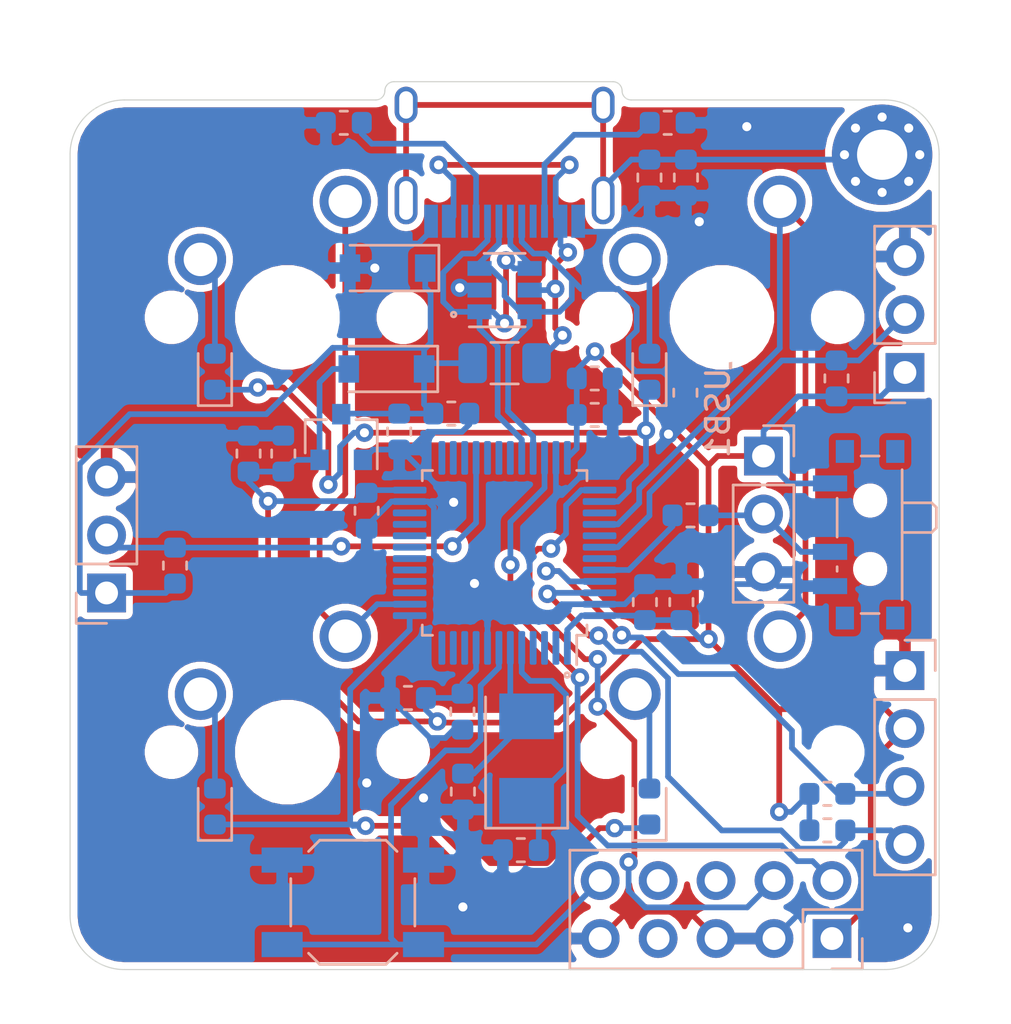
<source format=kicad_pcb>
(kicad_pcb (version 20171130) (host pcbnew "(5.1.5-0-10_14)")
  (layers (0 F.Cu signal) (31 B.Cu signal) (34 B.Paste user) (35 F.Paste user) (36 B.SilkS user) (37 F.SilkS user) (38 B.Mask user) (39 F.Mask user) (44 Edge.Cuts user))
  (net 0 "")
  (net 1 GND)
  (net 2 "Net-(BOOT1-Pad2)")
  (net 3 +3V3)
  (net 4 +5V)
  (net 5 Earth)
  (net 6 XTAL_IN)
  (net 7 "Net-(D1-Pad2)")
  (net 8 "Net-(D2-Pad2)")
  (net 9 "Net-(D3-Pad2)")
  (net 10 "Net-(D4-Pad2)")
  (net 11 VCC)
  (net 12 BOOT0)
  (net 13 "Net-(R_CC1-Pad2)")
  (net 14 "Net-(R_CC2-Pad2)")
  (net 15 B8)
  (net 16 B9)
  (net 17 B15)
  (net 18 XTAL_OUT)
  (net 19 NRST)
  (net 20 A14)
  (net 21 A13)
  (net 22 USB_D+)
  (net 23 USB_D-)
  (net 24 B6)
  (net 25 A15)
  (net 26 A3)
  (net 27 A4)
  (net 28 B4)
  (module Resistor_SMD:R_0603_1608Metric (layer B.Cu) (at 65.0748 50.9271 90)
    (fp_text reference R_USB1 (at 0 1.43 90) (layer B.SilkS) (effects (justify mirror)))
    (fp_text value 1.5k)
    (pad 2 smd roundrect (at 0.7875 0 90) (size 0.875 0.95) (layers B.Cu B.Paste B.Mask) (net 22 USB_D+))
    (pad 1 smd roundrect (at -0.7875 0 90) (size 0.875 0.95) (layers B.Cu B.Paste B.Mask) (net 3 +3V3))
  )
  (module Crystal:Crystal_SMD_5032-2Pin_5.0x3.2mm (layer B.Cu) (at 58.1152 66.9544 90)
    (fp_text reference Y1)
    (fp_text value 8MHz)
    (pad 2 smd rect (at 1.85 0 90) (size 2 2.4) (layers B.Cu B.Paste B.Mask) (net 18 XTAL_OUT))
    (pad 1 smd rect (at -1.85 0 90) (size 2 2.4) (layers B.Cu B.Paste B.Mask) (net 6 XTAL_IN))
  )
  (module Connector_PinHeader_2.54mm:PinHeader_1x03_P2.54mm_Vertical (layer B.Cu) (at 74.7 50.04)
    (fp_text reference J_SPLIT1)
    (fp_text value Conn_01x03)
    (pad 3 thru_hole oval (at 0 -5.08) (size 1.7 1.7) (drill 1) (layers *.Cu *.Mask) (net 1 GND))
    (pad 2 thru_hole oval (at 0 -2.54) (size 1.7 1.7) (drill 1) (layers *.Cu *.Mask) (net 24 B6))
    (pad 1 thru_hole rect (at 0 0) (size 1.7 1.7) (drill 1) (layers *.Cu *.Mask) (net 3 +3V3))
  )
  (module Resistor_SMD:R_0603_1608Metric (layer B.Cu) (at 71.7 50.3 90)
    (fp_text reference R_SPLIT1)
    (fp_text value 4.7k)
    (pad 2 smd roundrect (at 0.7875 0 90) (size 0.875 0.95) (layers B.Cu B.Paste B.Mask) (net 24 B6))
    (pad 1 smd roundrect (at -0.7875 0 90) (size 0.875 0.95) (layers B.Cu B.Paste B.Mask) (net 3 +3V3))
  )
  (module Connector_PinHeader_2.54mm:PinHeader_2x05_P2.54mm_Vertical (layer B.Cu) (at 71.5 74.84 90)
    (fp_text reference J_SWD1)
    (fp_text value SWD)
    (pad 10 thru_hole oval (at 2.54 -10.16 90) (size 1.7 1.7) (drill 1) (layers *.Cu *.Mask) (net 19 NRST))
    (pad 9 thru_hole oval (at 0 -10.16 90) (size 1.7 1.7) (drill 1) (layers *.Cu *.Mask) (net 1 GND))
    (pad 8 thru_hole oval (at 2.54 -7.62 90) (size 1.7 1.7) (drill 1) (layers *.Cu *.Mask))
    (pad 7 thru_hole oval (at 0 -7.62 90) (size 1.7 1.7) (drill 1) (layers *.Cu *.Mask))
    (pad 6 thru_hole oval (at 2.54 -5.08 90) (size 1.7 1.7) (drill 1) (layers *.Cu *.Mask))
    (pad 5 thru_hole oval (at 0 -5.08 90) (size 1.7 1.7) (drill 1) (layers *.Cu *.Mask) (net 1 GND))
    (pad 4 thru_hole oval (at 2.54 -2.54 90) (size 1.7 1.7) (drill 1) (layers *.Cu *.Mask) (net 20 A14))
    (pad 3 thru_hole oval (at 0 -2.54 90) (size 1.7 1.7) (drill 1) (layers *.Cu *.Mask) (net 1 GND))
    (pad 2 thru_hole oval (at 2.54 0 90) (size 1.7 1.7) (drill 1) (layers *.Cu *.Mask) (net 21 A13))
    (pad 1 thru_hole rect (at 0 0 90) (size 1.7 1.7) (drill 1) (layers *.Cu *.Mask) (net 3 +3V3))
  )
  (module Connector_PinHeader_2.54mm:PinHeader_1x03_P2.54mm_Vertical (layer B.Cu) (at 39.7 59.7)
    (fp_text reference J_RGB1)
    (fp_text value Conn_01x03)
    (pad 3 thru_hole oval (at 0 -5.08) (size 1.7 1.7) (drill 1) (layers *.Cu *.Mask) (net 1 GND))
    (pad 2 thru_hole oval (at 0 -2.54) (size 1.7 1.7) (drill 1) (layers *.Cu *.Mask) (net 17 B15))
    (pad 1 thru_hole rect (at 0 0) (size 1.7 1.7) (drill 1) (layers *.Cu *.Mask) (net 4 +5V))
  )
  (module Connector_PinHeader_2.54mm:PinHeader_1x04_P2.54mm_Vertical (layer B.Cu) (at 74.7 63.1 180)
    (fp_text reference J_I2C1)
    (fp_text value Conn_01x04)
    (pad 4 thru_hole oval (at 0 -7.62 180) (size 1.7 1.7) (drill 1) (layers *.Cu *.Mask) (net 16 B9))
    (pad 3 thru_hole oval (at 0 -5.08 180) (size 1.7 1.7) (drill 1) (layers *.Cu *.Mask) (net 15 B8))
    (pad 2 thru_hole oval (at 0 -2.54 180) (size 1.7 1.7) (drill 1) (layers *.Cu *.Mask) (net 3 +3V3))
    (pad 1 thru_hole rect (at 0 0 180) (size 1.7 1.7) (drill 1) (layers *.Cu *.Mask) (net 1 GND))
  )
  (module Fuse:Fuse_1206_3216Metric (layer B.Cu) (at 57.15 49.6316)
    (fp_text reference F1)
    (fp_text value 500mA)
    (pad 2 smd roundrect (at 1.4 0) (size 1.25 1.75) (layers B.Cu B.Paste B.Mask) (roundrect_rratio 0.2) (net 11 VCC))
    (pad 1 smd roundrect (at -1.4 0) (size 1.25 1.75) (layers B.Cu B.Paste B.Mask) (roundrect_rratio 0.2) (net 4 +5V))
  )
  (module Type-C:HRO-TYPE-C-31-M-12 (layer B.Cu) (at 57.15 35.71875)
    (fp_text reference USB1)
    (fp_text value HRO-TYPE-C-31-M-12)
    (pad 12 smd rect (at 3.225 7.695) (size 0.6 1.45) (layers B.Cu B.Paste B.Mask) (net 1 GND))
    (pad 1 smd rect (at -3.225 7.695) (size 0.6 1.45) (layers B.Cu B.Paste B.Mask) (net 1 GND))
    (pad 11 smd rect (at 2.45 7.695) (size 0.6 1.45) (layers B.Cu B.Paste B.Mask) (net 11 VCC))
    (pad 2 smd rect (at -2.45 7.695) (size 0.6 1.45) (layers B.Cu B.Paste B.Mask) (net 11 VCC))
    (pad 3 smd rect (at -1.75 7.695) (size 0.3 1.45) (layers B.Cu B.Paste B.Mask))
    (pad 10 smd rect (at 1.75 7.695) (size 0.3 1.45) (layers B.Cu B.Paste B.Mask) (net 14 "Net-(R_CC2-Pad2)"))
    (pad 4 smd rect (at -1.25 7.695) (size 0.3 1.45) (layers B.Cu B.Paste B.Mask) (net 13 "Net-(R_CC1-Pad2)"))
    (pad 9 smd rect (at 1.25 7.695) (size 0.3 1.45) (layers B.Cu B.Paste B.Mask))
    (pad 5 smd rect (at -0.75 7.695) (size 0.3 1.45) (layers B.Cu B.Paste B.Mask) (net 23 USB_D-))
    (pad 8 smd rect (at 0.75 7.695) (size 0.3 1.45) (layers B.Cu B.Paste B.Mask) (net 22 USB_D+))
    (pad 7 smd rect (at 0.25 7.695) (size 0.3 1.45) (layers B.Cu B.Paste B.Mask) (net 23 USB_D-))
    (pad 6 smd rect (at -0.25 7.695) (size 0.3 1.45) (layers B.Cu B.Paste B.Mask) (net 22 USB_D+))
    (pad "" np_thru_hole circle (at 2.89 6.25) (size 0.65 0.65) (drill 0.65) (layers *.Cu *.Mask))
    (pad "" np_thru_hole circle (at -2.89 6.25) (size 0.65 0.65) (drill 0.65) (layers *.Cu *.Mask))
    (pad 13 thru_hole oval (at -4.32 6.78) (size 1 2.1) (drill oval 0.6 1.7) (layers *.Cu F.Mask) (net 5 Earth))
    (pad 13 thru_hole oval (at 4.32 6.78) (size 1 2.1) (drill oval 0.6 1.7) (layers *.Cu F.Mask) (net 5 Earth))
    (pad 13 thru_hole oval (at -4.32 2.6) (size 1 1.6) (drill oval 0.6 1.2) (layers *.Cu F.Mask) (net 5 Earth))
    (pad 13 thru_hole oval (at 4.32 2.6) (size 1 1.6) (drill oval 0.6 1.2) (layers *.Cu F.Mask) (net 5 Earth))
  )
  (module Package_TO_SOT_SMD:SOT-23 (layer B.Cu) (at 49.9872 52.8668 90)
    (fp_text reference U3)
    (fp_text value MCP1700T-3302E_SOT23)
    (pad 3 smd rect (at 1 0 90) (size 0.9 0.8) (layers B.Cu B.Paste B.Mask) (net 4 +5V))
    (pad 2 smd rect (at -1 -0.95 90) (size 0.9 0.8) (layers B.Cu B.Paste B.Mask) (net 3 +3V3))
    (pad 1 smd rect (at -1 0.95 90) (size 0.9 0.8) (layers B.Cu B.Paste B.Mask) (net 1 GND))
  )
  (module Package_TO_SOT_SMD:SOT-23-6 (layer B.Cu) (at 57.15 46.4312)
    (fp_text reference U2)
    (fp_text value SRV05-4)
    (pad 5 smd rect (at 1.1 0) (size 1.06 0.65) (layers B.Cu B.Paste B.Mask) (net 11 VCC))
    (pad 6 smd rect (at 1.1 0.95) (size 1.06 0.65) (layers B.Cu B.Paste B.Mask) (net 22 USB_D+))
    (pad 4 smd rect (at 1.1 -0.95) (size 1.06 0.65) (layers B.Cu B.Paste B.Mask) (net 23 USB_D-))
    (pad 3 smd rect (at -1.1 -0.95) (size 1.06 0.65) (layers B.Cu B.Paste B.Mask) (net 22 USB_D+))
    (pad 2 smd rect (at -1.1 0) (size 1.06 0.65) (layers B.Cu B.Paste B.Mask) (net 1 GND))
    (pad 1 smd rect (at -1.1 0.95) (size 1.06 0.65) (layers B.Cu B.Paste B.Mask) (net 23 USB_D-))
  )
  (module Package_QFP:LQFP-48_7x7mm_P0.5mm (layer B.Cu) (at 57.15 57.94375 90)
    (fp_text reference U1)
    (fp_text value STM32F072CBTx)
    (pad 48 smd roundrect (at -2.75 4.1625 90) (size 0.3 1.475) (layers B.Cu B.Paste B.Mask) (net 3 +3V3))
    (pad 47 smd roundrect (at -2.25 4.1625 90) (size 0.3 1.475) (layers B.Cu B.Paste B.Mask) (net 1 GND))
    (pad 46 smd roundrect (at -1.75 4.1625 90) (size 0.3 1.475) (layers B.Cu B.Paste B.Mask) (net 16 B9))
    (pad 45 smd roundrect (at -1.25 4.1625 90) (size 0.3 1.475) (layers B.Cu B.Paste B.Mask) (net 15 B8))
    (pad 44 smd roundrect (at -0.75 4.1625 90) (size 0.3 1.475) (layers B.Cu B.Paste B.Mask) (net 12 BOOT0))
    (pad 43 smd roundrect (at -0.25 4.1625 90) (size 0.3 1.475) (layers B.Cu B.Paste B.Mask))
    (pad 42 smd roundrect (at 0.25 4.1625 90) (size 0.3 1.475) (layers B.Cu B.Paste B.Mask) (net 24 B6))
    (pad 41 smd roundrect (at 0.75 4.1625 90) (size 0.3 1.475) (layers B.Cu B.Paste B.Mask))
    (pad 40 smd roundrect (at 1.25 4.1625 90) (size 0.3 1.475) (layers B.Cu B.Paste B.Mask) (net 28 B4))
    (pad 39 smd roundrect (at 1.75 4.1625 90) (size 0.3 1.475) (layers B.Cu B.Paste B.Mask))
    (pad 38 smd roundrect (at 2.25 4.1625 90) (size 0.3 1.475) (layers B.Cu B.Paste B.Mask) (net 25 A15))
    (pad 37 smd roundrect (at 2.75 4.1625 90) (size 0.3 1.475) (layers B.Cu B.Paste B.Mask) (net 20 A14))
    (pad 36 smd roundrect (at 4.1625 2.75 90) (size 1.475 0.3) (layers B.Cu B.Paste B.Mask) (net 3 +3V3))
    (pad 35 smd roundrect (at 4.1625 2.25 90) (size 1.475 0.3) (layers B.Cu B.Paste B.Mask) (net 1 GND))
    (pad 34 smd roundrect (at 4.1625 1.75 90) (size 1.475 0.3) (layers B.Cu B.Paste B.Mask) (net 21 A13))
    (pad 33 smd roundrect (at 4.1625 1.25 90) (size 1.475 0.3) (layers B.Cu B.Paste B.Mask) (net 22 USB_D+))
    (pad 32 smd roundrect (at 4.1625 0.75 90) (size 1.475 0.3) (layers B.Cu B.Paste B.Mask) (net 23 USB_D-))
    (pad 31 smd roundrect (at 4.1625 0.25 90) (size 1.475 0.3) (layers B.Cu B.Paste B.Mask))
    (pad 30 smd roundrect (at 4.1625 -0.25 90) (size 1.475 0.3) (layers B.Cu B.Paste B.Mask))
    (pad 29 smd roundrect (at 4.1625 -0.75 90) (size 1.475 0.3) (layers B.Cu B.Paste B.Mask))
    (pad 28 smd roundrect (at 4.1625 -1.25 90) (size 1.475 0.3) (layers B.Cu B.Paste B.Mask) (net 17 B15))
    (pad 27 smd roundrect (at 4.1625 -1.75 90) (size 1.475 0.3) (layers B.Cu B.Paste B.Mask))
    (pad 26 smd roundrect (at 4.1625 -2.25 90) (size 1.475 0.3) (layers B.Cu B.Paste B.Mask))
    (pad 25 smd roundrect (at 4.1625 -2.75 90) (size 1.475 0.3) (layers B.Cu B.Paste B.Mask))
    (pad 24 smd roundrect (at 2.75 -4.1625 90) (size 0.3 1.475) (layers B.Cu B.Paste B.Mask) (net 3 +3V3))
    (pad 23 smd roundrect (at 2.25 -4.1625 90) (size 0.3 1.475) (layers B.Cu B.Paste B.Mask) (net 1 GND))
    (pad 22 smd roundrect (at 1.75 -4.1625 90) (size 0.3 1.475) (layers B.Cu B.Paste B.Mask))
    (pad 21 smd roundrect (at 1.25 -4.1625 90) (size 0.3 1.475) (layers B.Cu B.Paste B.Mask))
    (pad 20 smd roundrect (at 0.75 -4.1625 90) (size 0.3 1.475) (layers B.Cu B.Paste B.Mask))
    (pad 19 smd roundrect (at 0.25 -4.1625 90) (size 0.3 1.475) (layers B.Cu B.Paste B.Mask))
    (pad 18 smd roundrect (at -0.25 -4.1625 90) (size 0.3 1.475) (layers B.Cu B.Paste B.Mask))
    (pad 17 smd roundrect (at -0.75 -4.1625 90) (size 0.3 1.475) (layers B.Cu B.Paste B.Mask))
    (pad 16 smd roundrect (at -1.25 -4.1625 90) (size 0.3 1.475) (layers B.Cu B.Paste B.Mask))
    (pad 15 smd roundrect (at -1.75 -4.1625 90) (size 0.3 1.475) (layers B.Cu B.Paste B.Mask))
    (pad 14 smd roundrect (at -2.25 -4.1625 90) (size 0.3 1.475) (layers B.Cu B.Paste B.Mask) (net 27 A4))
    (pad 13 smd roundrect (at -2.75 -4.1625 90) (size 0.3 1.475) (layers B.Cu B.Paste B.Mask) (net 26 A3))
    (pad 12 smd roundrect (at -4.1625 -2.75 90) (size 1.475 0.3) (layers B.Cu B.Paste B.Mask))
    (pad 11 smd roundrect (at -4.1625 -2.25 90) (size 1.475 0.3) (layers B.Cu B.Paste B.Mask))
    (pad 10 smd roundrect (at -4.1625 -1.75 90) (size 1.475 0.3) (layers B.Cu B.Paste B.Mask))
    (pad 9 smd roundrect (at -4.1625 -1.25 90) (size 1.475 0.3) (layers B.Cu B.Paste B.Mask) (net 3 +3V3))
    (pad 8 smd roundrect (at -4.1625 -0.75 90) (size 1.475 0.3) (layers B.Cu B.Paste B.Mask) (net 1 GND))
    (pad 7 smd roundrect (at -4.1625 -0.25 90) (size 1.475 0.3) (layers B.Cu B.Paste B.Mask) (net 19 NRST))
    (pad 6 smd roundrect (at -4.1625 0.25 90) (size 1.475 0.3) (layers B.Cu B.Paste B.Mask) (net 18 XTAL_OUT))
    (pad 5 smd roundrect (at -4.1625 0.75 90) (size 1.475 0.3) (layers B.Cu B.Paste B.Mask) (net 6 XTAL_IN))
    (pad 4 smd roundrect (at -4.1625 1.25 90) (size 1.475 0.3) (layers B.Cu B.Paste B.Mask))
    (pad 3 smd roundrect (at -4.1625 1.75 90) (size 1.475 0.3) (layers B.Cu B.Paste B.Mask))
    (pad 2 smd roundrect (at -4.1625 2.25 90) (size 1.475 0.3) (layers B.Cu B.Paste B.Mask))
    (pad 1 smd roundrect (at -4.1625 2.75 90) (size 1.475 0.3) (layers B.Cu B.Paste B.Mask) (net 3 +3V3))
  )
  (module MX_Only:MXOnly-1U-NoLED (layer F.Cu) (at 66.675 66.675)
    (fp_text reference SW4)
    (fp_text value SW_Push)
    (pad 2 thru_hole circle (at 2.54 -5.08) (size 2.25 2.25) (drill 1.47) (layers *.Cu B.Mask) (net 28 B4))
    (pad "" np_thru_hole circle (at 0 0) (size 3.9878 3.9878) (drill 3.9878) (layers *.Cu *.Mask))
    (pad 1 thru_hole circle (at -3.81 -2.54) (size 2.25 2.25) (drill 1.47) (layers *.Cu B.Mask) (net 10 "Net-(D4-Pad2)"))
    (pad "" np_thru_hole circle (at -5.08 0 48.0996) (size 1.75 1.75) (drill 1.75) (layers *.Cu *.Mask))
    (pad "" np_thru_hole circle (at 5.08 0 48.0996) (size 1.75 1.75) (drill 1.75) (layers *.Cu *.Mask))
  )
  (module MX_Only:MXOnly-1U-NoLED (layer F.Cu) (at 47.625 66.675)
    (fp_text reference SW3)
    (fp_text value SW_Push)
    (pad 2 thru_hole circle (at 2.54 -5.08) (size 2.25 2.25) (drill 1.47) (layers *.Cu B.Mask) (net 27 A4))
    (pad "" np_thru_hole circle (at 0 0) (size 3.9878 3.9878) (drill 3.9878) (layers *.Cu *.Mask))
    (pad 1 thru_hole circle (at -3.81 -2.54) (size 2.25 2.25) (drill 1.47) (layers *.Cu B.Mask) (net 9 "Net-(D3-Pad2)"))
    (pad "" np_thru_hole circle (at -5.08 0 48.0996) (size 1.75 1.75) (drill 1.75) (layers *.Cu *.Mask))
    (pad "" np_thru_hole circle (at 5.08 0 48.0996) (size 1.75 1.75) (drill 1.75) (layers *.Cu *.Mask))
  )
  (module MX_Only:MXOnly-1U-NoLED (layer F.Cu) (at 66.675 47.625)
    (fp_text reference SW2)
    (fp_text value SW_Push)
    (pad 2 thru_hole circle (at 2.54 -5.08) (size 2.25 2.25) (drill 1.47) (layers *.Cu B.Mask) (net 28 B4))
    (pad "" np_thru_hole circle (at 0 0) (size 3.9878 3.9878) (drill 3.9878) (layers *.Cu *.Mask))
    (pad 1 thru_hole circle (at -3.81 -2.54) (size 2.25 2.25) (drill 1.47) (layers *.Cu B.Mask) (net 8 "Net-(D2-Pad2)"))
    (pad "" np_thru_hole circle (at -5.08 0 48.0996) (size 1.75 1.75) (drill 1.75) (layers *.Cu *.Mask))
    (pad "" np_thru_hole circle (at 5.08 0 48.0996) (size 1.75 1.75) (drill 1.75) (layers *.Cu *.Mask))
  )
  (module MX_Only:MXOnly-1U-NoLED (layer F.Cu) (at 47.625 47.625)
    (fp_text reference SW1)
    (fp_text value SW_Push)
    (pad 2 thru_hole circle (at 2.54 -5.08) (size 2.25 2.25) (drill 1.47) (layers *.Cu B.Mask) (net 27 A4))
    (pad "" np_thru_hole circle (at 0 0) (size 3.9878 3.9878) (drill 3.9878) (layers *.Cu *.Mask))
    (pad 1 thru_hole circle (at -3.81 -2.54) (size 2.25 2.25) (drill 1.47) (layers *.Cu B.Mask) (net 7 "Net-(D1-Pad2)"))
    (pad "" np_thru_hole circle (at -5.08 0 48.0996) (size 1.75 1.75) (drill 1.75) (layers *.Cu *.Mask))
    (pad "" np_thru_hole circle (at 5.08 0 48.0996) (size 1.75 1.75) (drill 1.75) (layers *.Cu *.Mask))
  )
  (module Button_Switch_SMD:SW_SPST_SKQG_WithStem (layer B.Cu) (at 50.4952 73.2536)
    (fp_text reference RESET1)
    (fp_text value SW_Push)
    (pad 2 smd rect (at 3.1 -1.85) (size 1.8 1.1) (layers B.Cu B.Paste B.Mask) (net 1 GND))
    (pad 2 smd rect (at -3.1 -1.85) (size 1.8 1.1) (layers B.Cu B.Paste B.Mask) (net 1 GND))
    (pad 1 smd rect (at 3.1 1.85) (size 1.8 1.1) (layers B.Cu B.Paste B.Mask) (net 19 NRST))
    (pad 1 smd rect (at -3.1 1.85) (size 1.8 1.1) (layers B.Cu B.Paste B.Mask) (net 19 NRST))
  )
  (module Resistor_SMD:R_0603_1608Metric (layer B.Cu) (at 63.5 41.5 90)
    (fp_text reference R_SHIELD1)
    (fp_text value 1M)
    (pad 2 smd roundrect (at 0.7875 0 90) (size 0.875 0.95) (layers B.Cu B.Paste B.Mask) (net 5 Earth))
    (pad 1 smd roundrect (at -0.7875 0 90) (size 0.875 0.95) (layers B.Cu B.Paste B.Mask) (net 1 GND))
  )
  (module Resistor_SMD:R_0603_1608Metric (layer B.Cu) (at 42.7 58.5 90)
    (fp_text reference R_RGB1)
    (fp_text value 10k)
    (pad 2 smd roundrect (at 0.7875 0 90) (size 0.875 0.95) (layers B.Cu B.Paste B.Mask) (net 17 B15))
    (pad 1 smd roundrect (at -0.7875 0 90) (size 0.875 0.95) (layers B.Cu B.Paste B.Mask) (net 4 +5V))
  )
  (module Resistor_SMD:R_0603_1608Metric (layer B.Cu) (at 45.9232 53.594 90)
    (fp_text reference R_LDO2)
    (fp_text value 100k)
    (pad 2 smd roundrect (at 0.7875 0 90) (size 0.875 0.95) (layers B.Cu B.Paste B.Mask) (net 1 GND))
    (pad 1 smd roundrect (at -0.7875 0 90) (size 0.875 0.95) (layers B.Cu B.Paste B.Mask) (net 3 +3V3))
  )
  (module Resistor_SMD:R_0603_1608Metric (layer B.Cu) (at 54.8132 51.8415)
    (fp_text reference R_LDO1)
    (fp_text value 100k)
    (pad 2 smd roundrect (at 0.7875 0) (size 0.875 0.95) (layers B.Cu B.Paste B.Mask) (net 1 GND))
    (pad 1 smd roundrect (at -0.7875 0) (size 0.875 0.95) (layers B.Cu B.Paste B.Mask) (net 4 +5V))
  )
  (module Resistor_SMD:R_0603_1608Metric (layer B.Cu) (at 71.3 70.1)
    (fp_text reference R_I2C2)
    (fp_text value 4.7k)
    (pad 2 smd roundrect (at 0.7875 0) (size 0.875 0.95) (layers B.Cu B.Paste B.Mask) (net 16 B9))
    (pad 1 smd roundrect (at -0.7875 0) (size 0.875 0.95) (layers B.Cu B.Paste B.Mask) (net 3 +3V3))
  )
  (module Resistor_SMD:R_0603_1608Metric (layer B.Cu) (at 71.3 68.5)
    (fp_text reference R_I2C1)
    (fp_text value 4.7k)
    (pad 2 smd roundrect (at 0.7875 0) (size 0.875 0.95) (layers B.Cu B.Paste B.Mask) (net 15 B8))
    (pad 1 smd roundrect (at -0.7875 0) (size 0.875 0.95) (layers B.Cu B.Paste B.Mask) (net 3 +3V3))
  )
  (module Resistor_SMD:R_0603_1608Metric (layer B.Cu) (at 64.3 39.1 180)
    (fp_text reference R_CC2)
    (fp_text value 5.1k)
    (pad 2 smd roundrect (at 0.7875 0 180) (size 0.875 0.95) (layers B.Cu B.Paste B.Mask) (net 14 "Net-(R_CC2-Pad2)"))
    (pad 1 smd roundrect (at -0.7875 0 180) (size 0.875 0.95) (layers B.Cu B.Paste B.Mask) (net 1 GND))
  )
  (module Resistor_SMD:R_0603_1608Metric (layer B.Cu) (at 50.1 39.1)
    (fp_text reference R_CC1)
    (fp_text value 5.1k)
    (pad 2 smd roundrect (at 0.7875 0) (size 0.875 0.95) (layers B.Cu B.Paste B.Mask) (net 13 "Net-(R_CC1-Pad2)"))
    (pad 1 smd roundrect (at -0.7875 0) (size 0.875 0.95) (layers B.Cu B.Paste B.Mask) (net 1 GND))
  )
  (module Resistor_SMD:R_0603_1608Metric (layer B.Cu) (at 65.3 56.3 180)
    (fp_text reference R_BOOT1)
    (fp_text value 10k)
    (pad 2 smd roundrect (at 0.7875 0 180) (size 0.875 0.95) (layers B.Cu B.Paste B.Mask) (net 12 BOOT0))
    (pad 1 smd roundrect (at -0.7875 0 180) (size 0.875 0.95) (layers B.Cu B.Paste B.Mask) (net 2 "Net-(BOOT1-Pad2)"))
  )
  (module Connector_PinHeader_2.54mm:PinHeader_1x03_P2.54mm_Vertical (layer B.Cu) (at 68.5 53.7 180)
    (fp_text reference J_BOOT1)
    (fp_text value Conn_01x03)
    (pad 3 thru_hole oval (at 0 -5.08 180) (size 1.7 1.7) (drill 1) (layers *.Cu *.Mask) (net 1 GND))
    (pad 2 thru_hole oval (at 0 -2.54 180) (size 1.7 1.7) (drill 1) (layers *.Cu *.Mask) (net 2 "Net-(BOOT1-Pad2)"))
    (pad 1 thru_hole rect (at 0 0 180) (size 1.7 1.7) (drill 1) (layers *.Cu *.Mask) (net 3 +3V3))
  )
  (module Diode_SMD:D_SOD-123 (layer B.Cu) (at 52.0192 45.466 180)
    (fp_text reference D_PWR1)
    (fp_text value SMF9.0CA)
    (pad 2 smd rect (at 1.65 0 180) (size 0.9 1.2) (layers B.Cu B.Paste B.Mask) (net 1 GND))
    (pad 1 smd rect (at -1.65 0 180) (size 0.9 1.2) (layers B.Cu B.Paste B.Mask) (net 4 +5V))
  )
  (module Diode_SMD:D_SOD-123 (layer B.Cu) (at 51.9684 49.8856 180)
    (fp_text reference D_LDO1)
    (fp_text value RB060MM-60TR)
    (pad 2 smd rect (at 1.65 0 180) (size 0.9 1.2) (layers B.Cu B.Paste B.Mask) (net 3 +3V3))
    (pad 1 smd rect (at -1.65 0 180) (size 0.9 1.2) (layers B.Cu B.Paste B.Mask) (net 4 +5V))
  )
  (module Diode_SMD:D_0603_1608Metric (layer B.Cu) (at 63.5 69.05625 90)
    (fp_text reference D4)
    (fp_text value CD4148W)
    (pad 2 smd roundrect (at 0.7875 0 90) (size 0.875 0.95) (layers B.Cu B.Paste B.Mask) (net 10 "Net-(D4-Pad2)"))
    (pad 1 smd roundrect (at -0.7875 0 90) (size 0.875 0.95) (layers B.Cu B.Paste B.Mask) (net 26 A3))
  )
  (module Diode_SMD:D_0603_1608Metric (layer B.Cu) (at 44.45 69.05625 90)
    (fp_text reference D3)
    (fp_text value CD4148W)
    (pad 2 smd roundrect (at 0.7875 0 90) (size 0.875 0.95) (layers B.Cu B.Paste B.Mask) (net 9 "Net-(D3-Pad2)"))
    (pad 1 smd roundrect (at -0.7875 0 90) (size 0.875 0.95) (layers B.Cu B.Paste B.Mask) (net 26 A3))
  )
  (module Diode_SMD:D_0603_1608Metric (layer B.Cu) (at 63.5 50.00625 90)
    (fp_text reference D2)
    (fp_text value CD4148W)
    (pad 2 smd roundrect (at 0.7875 0 90) (size 0.875 0.95) (layers B.Cu B.Paste B.Mask) (net 8 "Net-(D2-Pad2)"))
    (pad 1 smd roundrect (at -0.7875 0 90) (size 0.875 0.95) (layers B.Cu B.Paste B.Mask) (net 25 A15))
  )
  (module Diode_SMD:D_0603_1608Metric (layer B.Cu) (at 44.45 50.00625 90)
    (fp_text reference D1)
    (fp_text value CD4148W)
    (pad 2 smd roundrect (at 0.7875 0 90) (size 0.875 0.95) (layers B.Cu B.Paste B.Mask) (net 7 "Net-(D1-Pad2)"))
    (pad 1 smd roundrect (at -0.7875 0 90) (size 0.875 0.95) (layers B.Cu B.Paste B.Mask) (net 25 A15))
  )
  (module MountingHole:MountingHole_2.2mm_M2_Pad_Via (layer B.Cu) (at 73.7 40.5)
    (fp_text reference CHASSIS1)
    (fp_text value Chassis)
    (pad 1 thru_hole circle (at 1.166726 1.166726) (size 0.7 0.7) (drill 0.4) (layers *.Cu *.Mask) (net 5 Earth))
    (pad 1 thru_hole circle (at 0 1.65) (size 0.7 0.7) (drill 0.4) (layers *.Cu *.Mask) (net 5 Earth))
    (pad 1 thru_hole circle (at -1.166726 1.166726) (size 0.7 0.7) (drill 0.4) (layers *.Cu *.Mask) (net 5 Earth))
    (pad 1 thru_hole circle (at -1.65 0) (size 0.7 0.7) (drill 0.4) (layers *.Cu *.Mask) (net 5 Earth))
    (pad 1 thru_hole circle (at -1.166726 -1.166726) (size 0.7 0.7) (drill 0.4) (layers *.Cu *.Mask) (net 5 Earth))
    (pad 1 thru_hole circle (at 0 -1.65) (size 0.7 0.7) (drill 0.4) (layers *.Cu *.Mask) (net 5 Earth))
    (pad 1 thru_hole circle (at 1.166726 -1.166726) (size 0.7 0.7) (drill 0.4) (layers *.Cu *.Mask) (net 5 Earth))
    (pad 1 thru_hole circle (at 1.65 0) (size 0.7 0.7) (drill 0.4) (layers *.Cu *.Mask) (net 5 Earth))
    (pad 1 thru_hole circle (at 0 0) (size 4.4 4.4) (drill 2.2) (layers *.Cu *.Mask) (net 5 Earth))
  )
  (module Capacitor_SMD:C_0603_1608Metric (layer B.Cu) (at 55.3212 68.4021 270)
    (fp_text reference C_XTAL2)
    (fp_text value 30pF)
    (pad 2 smd roundrect (at 0.7875 0 270) (size 0.875 0.95) (layers B.Cu B.Paste B.Mask) (net 1 GND))
    (pad 1 smd roundrect (at -0.7875 0 270) (size 0.875 0.95) (layers B.Cu B.Paste B.Mask) (net 18 XTAL_OUT))
  )
  (module Capacitor_SMD:C_0603_1608Metric (layer B.Cu) (at 57.8612 70.9676 180)
    (fp_text reference C_XTAL1)
    (fp_text value 30pF)
    (pad 2 smd roundrect (at 0.7875 0 180) (size 0.875 0.95) (layers B.Cu B.Paste B.Mask) (net 1 GND))
    (pad 1 smd roundrect (at -0.7875 0 180) (size 0.875 0.95) (layers B.Cu B.Paste B.Mask) (net 6 XTAL_IN))
  )
  (module Capacitor_SMD:C_0603_1608Metric (layer B.Cu) (at 61.1 50.3)
    (fp_text reference C_VDDIO2)
    (fp_text value 100n)
    (pad 2 smd roundrect (at 0.7875 0) (size 0.875 0.95) (layers B.Cu B.Paste B.Mask) (net 1 GND))
    (pad 1 smd roundrect (at -0.7875 0) (size 0.875 0.95) (layers B.Cu B.Paste B.Mask) (net 3 +3V3))
  )
  (module Capacitor_SMD:C_0603_1608Metric (layer B.Cu) (at 61.1 51.9)
    (fp_text reference C_VDDIO1)
    (fp_text value 4.7u)
    (pad 2 smd roundrect (at 0.7875 0) (size 0.875 0.95) (layers B.Cu B.Paste B.Mask) (net 1 GND))
    (pad 1 smd roundrect (at -0.7875 0) (size 0.875 0.95) (layers B.Cu B.Paste B.Mask) (net 3 +3V3))
  )
  (module Capacitor_SMD:C_0603_1608Metric (layer B.Cu) (at 52.9125 64.3 180)
    (fp_text reference C_VDDA2)
    (fp_text value 1u)
    (pad 2 smd roundrect (at 0.7875 0 180) (size 0.875 0.95) (layers B.Cu B.Paste B.Mask) (net 1 GND))
    (pad 1 smd roundrect (at -0.7875 0 180) (size 0.875 0.95) (layers B.Cu B.Paste B.Mask) (net 3 +3V3))
  )
  (module Capacitor_SMD:C_0603_1608Metric (layer B.Cu) (at 55.3 64.9 270)
    (fp_text reference C_VDDA1)
    (fp_text value 10u)
    (pad 2 smd roundrect (at 0.7875 0 270) (size 0.875 0.95) (layers B.Cu B.Paste B.Mask) (net 1 GND))
    (pad 1 smd roundrect (at -0.7875 0 270) (size 0.875 0.95) (layers B.Cu B.Paste B.Mask) (net 3 +3V3))
  )
  (module Capacitor_SMD:C_0603_1608Metric (layer B.Cu) (at 64.9 60.1 90)
    (fp_text reference C_VDD3)
    (fp_text value 4.7u)
    (pad 2 smd roundrect (at 0.7875 0 90) (size 0.875 0.95) (layers B.Cu B.Paste B.Mask) (net 1 GND))
    (pad 1 smd roundrect (at -0.7875 0 90) (size 0.875 0.95) (layers B.Cu B.Paste B.Mask) (net 3 +3V3))
  )
  (module Capacitor_SMD:C_0603_1608Metric (layer B.Cu) (at 51.1 56.1 270)
    (fp_text reference C_VDD2)
    (fp_text value 100n)
    (pad 2 smd roundrect (at 0.7875 0 270) (size 0.875 0.95) (layers B.Cu B.Paste B.Mask) (net 1 GND))
    (pad 1 smd roundrect (at -0.7875 0 270) (size 0.875 0.95) (layers B.Cu B.Paste B.Mask) (net 3 +3V3))
  )
  (module Capacitor_SMD:C_0603_1608Metric (layer B.Cu) (at 63.3 60.1 90)
    (fp_text reference C_VDD1)
    (fp_text value 100n)
    (pad 2 smd roundrect (at 0.7875 0 90) (size 0.875 0.95) (layers B.Cu B.Paste B.Mask) (net 1 GND))
    (pad 1 smd roundrect (at -0.7875 0 90) (size 0.875 0.95) (layers B.Cu B.Paste B.Mask) (net 3 +3V3))
  )
  (module Capacitor_SMD:C_0603_1608Metric (layer B.Cu) (at 65.1 41.5 90)
    (fp_text reference C_SHIELD1)
    (fp_text value 4.7n)
    (pad 2 smd roundrect (at 0.7875 0 90) (size 0.875 0.95) (layers B.Cu B.Paste B.Mask) (net 5 Earth))
    (pad 1 smd roundrect (at -0.7875 0 90) (size 0.875 0.95) (layers B.Cu B.Paste B.Mask) (net 1 GND))
  )
  (module Capacitor_SMD:C_0603_1608Metric (layer B.Cu) (at 47.4472 53.594 90)
    (fp_text reference C_LDO2)
    (fp_text value 1u)
    (pad 2 smd roundrect (at 0.7875 0 90) (size 0.875 0.95) (layers B.Cu B.Paste B.Mask) (net 1 GND))
    (pad 1 smd roundrect (at -0.7875 0 90) (size 0.875 0.95) (layers B.Cu B.Paste B.Mask) (net 3 +3V3))
  )
  (module Capacitor_SMD:C_0603_1608Metric (layer B.Cu) (at 52.5272 52.6288 270)
    (fp_text reference C_LDO1)
    (fp_text value 1u)
    (pad 2 smd roundrect (at 0.7875 0 270) (size 0.875 0.95) (layers B.Cu B.Paste B.Mask) (net 1 GND))
    (pad 1 smd roundrect (at -0.7875 0 270) (size 0.875 0.95) (layers B.Cu B.Paste B.Mask) (net 4 +5V))
  )
  (module Button_Switch_SMD:SW_SPDT_PCM12 (layer B.Cu) (at 72.8472 57.15 270)
    (fp_text reference BOOT1)
    (fp_text value SW_SPDT)
    (pad "" smd rect (at -3.65 0.78 270) (size 1 0.8) (layers B.Cu B.Paste B.Mask))
    (pad "" smd rect (at 3.65 0.78 270) (size 1 0.8) (layers B.Cu B.Paste B.Mask))
    (pad "" smd rect (at 3.65 -1.43 270) (size 1 0.8) (layers B.Cu B.Paste B.Mask))
    (pad "" smd rect (at -3.65 -1.43 270) (size 1 0.8) (layers B.Cu B.Paste B.Mask))
    (pad 3 smd rect (at 2.25 1.43 270) (size 0.7 1.5) (layers B.Cu B.Paste B.Mask) (net 1 GND))
    (pad 2 smd rect (at 0.75 1.43 270) (size 0.7 1.5) (layers B.Cu B.Paste B.Mask) (net 2 "Net-(BOOT1-Pad2)"))
    (pad 1 smd rect (at -2.25 1.43 270) (size 0.7 1.5) (layers B.Cu B.Paste B.Mask) (net 3 +3V3))
    (pad "" np_thru_hole circle (at 1.5 -0.33 270) (size 0.9 0.9) (drill 0.9) (layers *.Cu *.Mask))
    (pad "" np_thru_hole circle (at -1.5 -0.33 270) (size 0.9 0.9) (drill 0.9) (layers *.Cu *.Mask))
  )
  (gr_line (start 62.7 38.1) (end 73.81875 38.1) (layer Edge.Cuts) (width 0.05))
  (gr_line (start 40.48125 38.1) (end 51.5 38.1) (layer Edge.Cuts) (width 0.05))
  (gr_line (start 61.9 37.3) (end 52.3 37.3) (layer Edge.Cuts) (width 0.05))
  (gr_arc (start 51.5 37.7) (end 51.9 37.7) (angle 90) (layer Edge.Cuts) (width 0.05))
  (gr_arc (start 52.3 37.7) (end 51.9 37.7) (angle 90) (layer Edge.Cuts) (width 0.05))
  (gr_arc (start 62.7 37.7) (end 62.3 37.7) (angle -90) (layer Edge.Cuts) (width 0.05))
  (gr_arc (start 61.9 37.7) (end 62.3 37.7) (angle -90) (layer Edge.Cuts) (width 0.05))
  (gr_line (start 76.2 73.81875) (end 76.2 40.48125) (layer Edge.Cuts) (width 0.05))
  (gr_line (start 40.48125 76.2) (end 73.81875 76.2) (layer Edge.Cuts) (width 0.05))
  (gr_line (start 38.1 40.48125) (end 38.1 73.81875) (layer Edge.Cuts) (width 0.05))
  (gr_arc (start 73.81875 40.48125) (end 76.2 40.48125) (angle -90) (layer Edge.Cuts) (width 0.05))
  (gr_arc (start 73.81875 73.81875) (end 73.81875 76.2) (angle -90) (layer Edge.Cuts) (width 0.05))
  (gr_arc (start 40.48125 73.81875) (end 38.1 73.81875) (angle -90) (layer Edge.Cuts) (width 0.05))
  (gr_arc (start 40.48125 40.48125) (end 40.48125 38.1) (angle -90) (layer Edge.Cuts) (width 0.05))
  (gr_circle (center 54.9148 47.5) (end 55.0164 47.5) (layer B.SilkS) (width 0.12))
  (gr_circle (center 59.8932 63.2968) (end 59.8932 63.3984) (layer B.SilkS) (width 0.12))
  (via (at 74.8284 74.3712) (size 0.8) (drill 0.4) (layers F.Cu B.Cu) (net 1))
  (via (at 55.1826 46.3296) (size 0.8) (drill 0.4) (layers F.Cu B.Cu) (net 1))
  (segment (start 55.2842 46.4312) (end 55.1826 46.3296) (width 0.25) (layer B.Cu) (net 1))
  (segment (start 56.05 46.4312) (end 55.2842 46.4312) (width 0.25) (layer B.Cu) (net 1))
  (via (at 51.4604 45.466) (size 0.8) (drill 0.4) (layers F.Cu B.Cu) (net 1))
  (segment (start 54.319 45.466) (end 51.4604 45.466) (width 0.25) (layer F.Cu) (net 1))
  (segment (start 55.1826 46.3296) (end 54.319 45.466) (width 0.25) (layer F.Cu) (net 1))
  (segment (start 51.4604 45.466) (end 50.3692 45.466) (width 0.25) (layer B.Cu) (net 1))
  (segment (start 69.12 59.4) (end 68.5 58.78) (width 0.25) (layer B.Cu) (net 1))
  (segment (start 71.4172 59.4) (end 69.12 59.4) (width 0.25) (layer B.Cu) (net 1))
  (via (at 55.3212 73.4568) (size 0.8) (drill 0.4) (layers F.Cu B.Cu) (net 1))
  (segment (start 55.3212 71.9796) (end 55.3212 73.4568) (width 0.25) (layer B.Cu) (net 1))
  (segment (start 54.7452 71.4036) (end 55.3212 71.9796) (width 0.25) (layer B.Cu) (net 1))
  (segment (start 53.5952 71.4036) (end 54.7452 71.4036) (width 0.25) (layer B.Cu) (net 1))
  (via (at 53.594 68.6816) (size 0.8) (drill 0.4) (layers F.Cu B.Cu) (net 1))
  (segment (start 62.189999 73.990001) (end 61.34 74.84) (width 0.25) (layer F.Cu) (net 1))
  (segment (start 62.515001 73.664999) (end 62.189999 73.990001) (width 0.25) (layer F.Cu) (net 1))
  (segment (start 65.244999 73.664999) (end 62.515001 73.664999) (width 0.25) (layer F.Cu) (net 1))
  (segment (start 66.42 74.84) (end 65.244999 73.664999) (width 0.25) (layer F.Cu) (net 1))
  (segment (start 54.551601 66.053801) (end 53.878801 66.053801) (width 0.25) (layer B.Cu) (net 1))
  (segment (start 54.917902 65.6875) (end 54.551601 66.053801) (width 0.25) (layer B.Cu) (net 1))
  (segment (start 53.878801 66.053801) (end 52.125 64.3) (width 0.25) (layer B.Cu) (net 1))
  (segment (start 55.3 65.6875) (end 54.917902 65.6875) (width 0.25) (layer B.Cu) (net 1))
  (via (at 51.1048 68.0212) (size 0.8) (drill 0.4) (layers F.Cu B.Cu) (net 1))
  (via (at 55.8292 59.2836) (size 0.8) (drill 0.4) (layers F.Cu B.Cu) (net 1))
  (segment (start 56.4 59.8544) (end 55.8292 59.2836) (width 0.25) (layer B.Cu) (net 1))
  (segment (start 56.4 62.10625) (end 56.4 59.8544) (width 0.25) (layer B.Cu) (net 1))
  (segment (start 53.790702 55.69375) (end 53.725 55.69375) (width 0.25) (layer B.Cu) (net 1))
  (segment (start 54.05001 55.953058) (end 53.790702 55.69375) (width 0.25) (layer B.Cu) (net 1))
  (segment (start 53.725 55.69375) (end 52.9875 55.69375) (width 0.25) (layer B.Cu) (net 1))
  (segment (start 54.05001 58.070095) (end 54.05001 55.953058) (width 0.25) (layer B.Cu) (net 1))
  (segment (start 55.263515 59.2836) (end 54.05001 58.070095) (width 0.25) (layer B.Cu) (net 1))
  (segment (start 55.8292 59.2836) (end 55.263515 59.2836) (width 0.25) (layer B.Cu) (net 1))
  (segment (start 58.245877 58.701925) (end 58.245877 56.562123) (width 0.25) (layer B.Cu) (net 1))
  (segment (start 57.264203 59.683599) (end 58.245877 58.701925) (width 0.25) (layer B.Cu) (net 1))
  (segment (start 56.229199 59.683599) (end 57.264203 59.683599) (width 0.25) (layer B.Cu) (net 1))
  (segment (start 55.8292 59.2836) (end 56.229199 59.683599) (width 0.25) (layer B.Cu) (net 1))
  (segment (start 59.4 55.408) (end 59.4 53.78125) (width 0.25) (layer B.Cu) (net 1))
  (segment (start 58.245877 56.562123) (end 59.4 55.408) (width 0.25) (layer B.Cu) (net 1))
  (segment (start 59.649652 60.19375) (end 59.188202 60.6552) (width 0.25) (layer B.Cu) (net 1))
  (segment (start 61.3125 60.19375) (end 59.649652 60.19375) (width 0.25) (layer B.Cu) (net 1))
  (segment (start 57.2008 60.6552) (end 55.8292 59.2836) (width 0.25) (layer B.Cu) (net 1))
  (segment (start 59.188202 60.6552) (end 57.2008 60.6552) (width 0.25) (layer B.Cu) (net 1))
  (via (at 54.9148 55.7276) (size 0.8) (drill 0.4) (layers F.Cu B.Cu) (net 1))
  (segment (start 52.6035 53.4163) (end 54.9148 55.7276) (width 0.25) (layer B.Cu) (net 1))
  (segment (start 52.5272 53.4163) (end 52.6035 53.4163) (width 0.25) (layer B.Cu) (net 1))
  (segment (start 61.8875 53.179138) (end 61.8875 52.375) (width 0.25) (layer B.Cu) (net 1))
  (segment (start 59.658638 55.408) (end 61.8875 53.179138) (width 0.25) (layer B.Cu) (net 1))
  (segment (start 61.8875 52.375) (end 61.8875 51.9) (width 0.25) (layer B.Cu) (net 1))
  (segment (start 59.4 55.408) (end 59.658638 55.408) (width 0.25) (layer B.Cu) (net 1))
  (segment (start 51.3877 53.4163) (end 50.9372 53.8668) (width 0.25) (layer B.Cu) (net 1))
  (segment (start 52.5272 53.4163) (end 51.3877 53.4163) (width 0.25) (layer B.Cu) (net 1))
  (segment (start 55.6007 52.3165) (end 55.6007 51.8415) (width 0.25) (layer B.Cu) (net 1))
  (segment (start 55.27569 52.64151) (end 55.6007 52.3165) (width 0.25) (layer B.Cu) (net 1))
  (segment (start 53.77699 52.64151) (end 55.27569 52.64151) (width 0.25) (layer B.Cu) (net 1))
  (segment (start 53.0022 53.4163) (end 53.77699 52.64151) (width 0.25) (layer B.Cu) (net 1))
  (segment (start 52.5272 53.4163) (end 53.0022 53.4163) (width 0.25) (layer B.Cu) (net 1))
  (segment (start 52.53765 44.38875) (end 51.860399 45.066001) (width 0.25) (layer B.Cu) (net 1))
  (segment (start 51.860399 45.066001) (end 51.4604 45.466) (width 0.25) (layer B.Cu) (net 1))
  (segment (start 53.375 44.38875) (end 52.53765 44.38875) (width 0.25) (layer B.Cu) (net 1))
  (segment (start 53.925 43.83875) (end 53.375 44.38875) (width 0.25) (layer B.Cu) (net 1))
  (segment (start 53.925 43.41375) (end 53.925 43.83875) (width 0.25) (layer B.Cu) (net 1))
  (segment (start 61.91374 43.87376) (end 63.5 42.2875) (width 0.25) (layer B.Cu) (net 1))
  (segment (start 60.41001 43.87376) (end 61.91374 43.87376) (width 0.25) (layer B.Cu) (net 1))
  (segment (start 60.375 43.83875) (end 60.41001 43.87376) (width 0.25) (layer B.Cu) (net 1))
  (segment (start 60.375 43.41375) (end 60.375 43.83875) (width 0.25) (layer B.Cu) (net 1))
  (segment (start 69.809999 73.990001) (end 68.96 74.84) (width 0.25) (layer B.Cu) (net 1))
  (segment (start 70.135001 73.664999) (end 69.809999 73.990001) (width 0.25) (layer B.Cu) (net 1))
  (segment (start 74.122199 73.664999) (end 70.135001 73.664999) (width 0.25) (layer B.Cu) (net 1))
  (segment (start 74.8284 74.3712) (end 74.122199 73.664999) (width 0.25) (layer B.Cu) (net 1))
  (via (at 67.7672 39.2684) (size 0.8) (drill 0.4) (layers F.Cu B.Cu) (net 1))
  (segment (start 52.25 55.69375) (end 52.9875 55.69375) (width 0.25) (layer B.Cu) (net 1))
  (segment (start 52.184298 55.69375) (end 52.25 55.69375) (width 0.25) (layer B.Cu) (net 1))
  (segment (start 51.1 56.778048) (end 52.184298 55.69375) (width 0.25) (layer B.Cu) (net 1))
  (segment (start 51.1 56.8875) (end 51.1 56.778048) (width 0.25) (layer B.Cu) (net 1))
  (segment (start 62.41875 60.19375) (end 63.3 59.3125) (width 0.25) (layer B.Cu) (net 1))
  (segment (start 61.3125 60.19375) (end 62.41875 60.19375) (width 0.25) (layer B.Cu) (net 1))
  (segment (start 63.3 59.3125) (end 64.9 59.3125) (width 0.25) (layer B.Cu) (net 1))
  (segment (start 67.9675 59.3125) (end 68.5 58.78) (width 0.25) (layer B.Cu) (net 1))
  (segment (start 64.9 59.3125) (end 67.9675 59.3125) (width 0.25) (layer B.Cu) (net 1))
  (via (at 65.6844 43.434) (size 0.8) (drill 0.4) (layers F.Cu B.Cu) (net 1))
  (segment (start 67.7672 41.3512) (end 65.6844 43.434) (width 0.25) (layer F.Cu) (net 1))
  (segment (start 67.7672 39.2684) (end 67.7672 41.3512) (width 0.25) (layer F.Cu) (net 1))
  (segment (start 65.0748 42.3127) (end 65.1 42.2875) (width 0.25) (layer B.Cu) (net 1))
  (segment (start 65.0748 43.2308) (end 65.0748 42.3127) (width 0.25) (layer B.Cu) (net 1))
  (segment (start 65.278 43.434) (end 65.0748 43.2308) (width 0.25) (layer B.Cu) (net 1))
  (segment (start 65.6844 43.434) (end 65.278 43.434) (width 0.25) (layer B.Cu) (net 1))
  (segment (start 57.0737 71.7043) (end 55.3212 73.4568) (width 0.25) (layer B.Cu) (net 1))
  (segment (start 57.0737 70.9676) (end 57.0737 71.7043) (width 0.25) (layer B.Cu) (net 1))
  (segment (start 54.102 69.1896) (end 53.594 68.6816) (width 0.25) (layer B.Cu) (net 1))
  (segment (start 55.3212 69.1896) (end 54.102 69.1896) (width 0.25) (layer B.Cu) (net 1))
  (segment (start 68.44 56.3) (end 68.5 56.24) (width 0.25) (layer B.Cu) (net 2))
  (segment (start 66.0875 56.3) (end 68.44 56.3) (width 0.25) (layer B.Cu) (net 2))
  (segment (start 70.16 57.9) (end 68.5 56.24) (width 0.25) (layer B.Cu) (net 2))
  (segment (start 71.4172 57.9) (end 70.16 57.9) (width 0.25) (layer B.Cu) (net 2))
  (segment (start 47.9619 53.8668) (end 47.4472 54.3815) (width 0.25) (layer B.Cu) (net 3))
  (segment (start 49.0372 53.8668) (end 47.9619 53.8668) (width 0.25) (layer B.Cu) (net 3))
  (segment (start 47.4472 54.3815) (end 45.9232 54.3815) (width 0.25) (layer B.Cu) (net 3))
  (segment (start 49.6184 49.8856) (end 50.3184 49.8856) (width 0.25) (layer B.Cu) (net 3))
  (segment (start 49.0372 50.4668) (end 49.6184 49.8856) (width 0.25) (layer B.Cu) (net 3))
  (segment (start 49.0372 53.8668) (end 49.0372 50.4668) (width 0.25) (layer B.Cu) (net 3))
  (segment (start 50.6476 55.6768) (end 51.0119 55.3125) (width 0.25) (layer B.Cu) (net 3))
  (segment (start 46.781 55.6768) (end 50.6476 55.6768) (width 0.25) (layer B.Cu) (net 3))
  (segment (start 45.9232 54.819) (end 46.781 55.6768) (width 0.25) (layer B.Cu) (net 3))
  (segment (start 51.0119 55.3125) (end 51.1 55.3125) (width 0.25) (layer B.Cu) (net 3))
  (segment (start 45.9232 54.3815) (end 45.9232 54.819) (width 0.25) (layer B.Cu) (net 3))
  (segment (start 51.21875 55.19375) (end 52.9875 55.19375) (width 0.25) (layer B.Cu) (net 3))
  (segment (start 51.1 55.3125) (end 51.21875 55.19375) (width 0.25) (layer B.Cu) (net 3))
  (via (at 46.781 55.6768) (size 0.8) (drill 0.4) (layers F.Cu B.Cu) (net 3))
  (via (at 61.1124 49.1236) (size 0.8) (drill 0.4) (layers F.Cu B.Cu) (net 3))
  (segment (start 60.3125 49.9235) (end 60.3125 50.3) (width 0.25) (layer B.Cu) (net 3))
  (segment (start 61.1124 49.1236) (end 60.3125 49.9235) (width 0.25) (layer B.Cu) (net 3))
  (segment (start 60.3125 50.3) (end 60.3125 51.9) (width 0.25) (layer B.Cu) (net 3))
  (segment (start 60.3125 53.36875) (end 59.9 53.78125) (width 0.25) (layer B.Cu) (net 3))
  (segment (start 60.3125 51.9) (end 60.3125 53.36875) (width 0.25) (layer B.Cu) (net 3))
  (segment (start 55.1125 64.3) (end 55.3 64.1125) (width 0.25) (layer B.Cu) (net 3))
  (segment (start 53.7 64.3) (end 55.1125 64.3) (width 0.25) (layer B.Cu) (net 3))
  (via (at 66.0908 61.722) (size 0.8) (drill 0.4) (layers F.Cu B.Cu) (net 3))
  (segment (start 65.7345 61.722) (end 64.9 60.8875) (width 0.25) (layer B.Cu) (net 3))
  (segment (start 66.0908 61.722) (end 65.7345 61.722) (width 0.25) (layer B.Cu) (net 3))
  (segment (start 64.9 60.8875) (end 63.3 60.8875) (width 0.25) (layer B.Cu) (net 3))
  (segment (start 63.10625 60.69375) (end 63.3 60.8875) (width 0.25) (layer B.Cu) (net 3))
  (segment (start 61.3125 60.69375) (end 63.10625 60.69375) (width 0.25) (layer B.Cu) (net 3))
  (segment (start 59.9 61.3088) (end 59.9 62.10625) (width 0.25) (layer B.Cu) (net 3))
  (segment (start 60.51505 60.69375) (end 59.9 61.3088) (width 0.25) (layer B.Cu) (net 3))
  (segment (start 61.3125 60.69375) (end 60.51505 60.69375) (width 0.25) (layer B.Cu) (net 3))
  (segment (start 68.5 53.768) (end 68.5 53.7) (width 0.25) (layer B.Cu) (net 3))
  (segment (start 69.632 54.9) (end 68.5 53.768) (width 0.25) (layer B.Cu) (net 3))
  (segment (start 71.4172 54.9) (end 69.632 54.9) (width 0.25) (layer B.Cu) (net 3))
  (segment (start 71.225 51.0875) (end 71.7 51.0875) (width 0.25) (layer B.Cu) (net 3))
  (segment (start 70.0125 51.0875) (end 71.225 51.0875) (width 0.25) (layer B.Cu) (net 3))
  (segment (start 68.5 52.6) (end 70.0125 51.0875) (width 0.25) (layer B.Cu) (net 3))
  (segment (start 68.5 53.7) (end 68.5 52.6) (width 0.25) (layer B.Cu) (net 3))
  (segment (start 73.6525 51.0875) (end 74.7 50.04) (width 0.25) (layer B.Cu) (net 3))
  (segment (start 71.7 51.0875) (end 73.6525 51.0875) (width 0.25) (layer B.Cu) (net 3))
  (segment (start 55.9 63.0736) (end 55.9 62.10625) (width 0.25) (layer B.Cu) (net 3))
  (segment (start 55.3 63.6736) (end 55.9 63.0736) (width 0.25) (layer B.Cu) (net 3))
  (segment (start 55.3 64.1125) (end 55.3 63.6736) (width 0.25) (layer B.Cu) (net 3))
  (segment (start 70.5125 70.1) (end 70.5125 68.5) (width 0.25) (layer B.Cu) (net 3))
  (segment (start 69.1896 64.8208) (end 69.1896 69.2912) (width 0.25) (layer F.Cu) (net 3))
  (via (at 69.1896 69.2912) (size 0.8) (drill 0.4) (layers F.Cu B.Cu) (net 3))
  (segment (start 66.0908 61.722) (end 69.1896 64.8208) (width 0.25) (layer F.Cu) (net 3))
  (segment (start 69.7213 69.2912) (end 70.5125 68.5) (width 0.25) (layer B.Cu) (net 3))
  (segment (start 69.1896 69.2912) (end 69.7213 69.2912) (width 0.25) (layer B.Cu) (net 3))
  (segment (start 73.850001 64.790001) (end 74.7 65.64) (width 0.25) (layer F.Cu) (net 3))
  (segment (start 69.220399 64.790001) (end 73.850001 64.790001) (width 0.25) (layer F.Cu) (net 3))
  (segment (start 69.1896 64.8208) (end 69.220399 64.790001) (width 0.25) (layer F.Cu) (net 3))
  (segment (start 71.6164 74.84) (end 71.5 74.84) (width 0.25) (layer F.Cu) (net 3))
  (segment (start 73.2028 73.2536) (end 71.6164 74.84) (width 0.25) (layer F.Cu) (net 3))
  (segment (start 73.2028 67.1372) (end 73.2028 73.2536) (width 0.25) (layer F.Cu) (net 3))
  (segment (start 74.7 65.64) (end 73.2028 67.1372) (width 0.25) (layer F.Cu) (net 3))
  (segment (start 66.0908 61.722) (end 66.0908 54.102) (width 0.25) (layer F.Cu) (net 3))
  (segment (start 66.4928 53.7) (end 68.5 53.7) (width 0.25) (layer F.Cu) (net 3))
  (segment (start 66.0908 54.102) (end 66.4928 53.7) (width 0.25) (layer F.Cu) (net 3))
  (segment (start 46.781 55.6768) (end 46.781 61.3606) (width 0.25) (layer F.Cu) (net 3))
  (segment (start 46.781 61.3606) (end 50.7492 65.3288) (width 0.25) (layer F.Cu) (net 3))
  (segment (start 53.7 64.3) (end 53.7 64.8252) (width 0.25) (layer B.Cu) (net 3))
  (segment (start 50.7492 65.3288) (end 53.637915 65.3288) (width 0.25) (layer F.Cu) (net 3))
  (via (at 54.2036 65.3288) (size 0.8) (drill 0.4) (layers F.Cu B.Cu) (net 3))
  (segment (start 53.637915 65.3288) (end 54.2036 65.3288) (width 0.25) (layer F.Cu) (net 3))
  (segment (start 53.7 64.8252) (end 53.803601 64.928801) (width 0.25) (layer B.Cu) (net 3))
  (segment (start 53.803601 64.928801) (end 54.2036 65.3288) (width 0.25) (layer B.Cu) (net 3))
  (segment (start 59.498401 65.3796) (end 54.2544 65.3796) (width 0.25) (layer F.Cu) (net 3))
  (segment (start 54.2544 65.3796) (end 54.2036 65.3288) (width 0.25) (layer F.Cu) (net 3))
  (segment (start 63.156001 61.722) (end 59.498401 65.3796) (width 0.25) (layer F.Cu) (net 3))
  (segment (start 66.0908 61.722) (end 63.156001 61.722) (width 0.25) (layer F.Cu) (net 3))
  (via (at 64.333995 52.742399) (size 0.8) (drill 0.4) (layers F.Cu B.Cu) (net 3))
  (segment (start 64.333995 52.664607) (end 64.333995 52.742399) (width 0.25) (layer F.Cu) (net 3))
  (segment (start 64.4144 52.584202) (end 64.333995 52.664607) (width 0.25) (layer F.Cu) (net 3))
  (segment (start 64.4144 52.4256) (end 64.4144 52.584202) (width 0.25) (layer F.Cu) (net 3))
  (segment (start 66.0908 54.102) (end 64.4144 52.4256) (width 0.25) (layer F.Cu) (net 3))
  (segment (start 64.4144 52.4256) (end 61.1124 49.1236) (width 0.25) (layer F.Cu) (net 3))
  (segment (start 64.333995 52.455405) (end 65.0748 51.7146) (width 0.25) (layer B.Cu) (net 3))
  (segment (start 64.333995 52.742399) (end 64.333995 52.455405) (width 0.25) (layer B.Cu) (net 3))
  (segment (start 53.8724 49.6316) (end 53.6184 49.8856) (width 0.25) (layer B.Cu) (net 4))
  (segment (start 55.75 49.6316) (end 53.8724 49.6316) (width 0.25) (layer B.Cu) (net 4))
  (segment (start 53.6692 46.316) (end 53.6692 45.466) (width 0.25) (layer B.Cu) (net 4))
  (segment (start 53.905001 48.748999) (end 53.905001 46.551801) (width 0.25) (layer B.Cu) (net 4))
  (segment (start 53.6184 49.0356) (end 53.905001 48.748999) (width 0.25) (layer B.Cu) (net 4))
  (segment (start 53.905001 46.551801) (end 53.6692 46.316) (width 0.25) (layer B.Cu) (net 4))
  (segment (start 53.6184 51.4342) (end 54.0257 51.8415) (width 0.25) (layer B.Cu) (net 4))
  (segment (start 53.6184 49.8856) (end 53.6184 51.4342) (width 0.25) (layer B.Cu) (net 4))
  (segment (start 52.5274 51.8415) (end 52.5272 51.8413) (width 0.25) (layer B.Cu) (net 4))
  (segment (start 54.0257 51.8415) (end 52.5274 51.8415) (width 0.25) (layer B.Cu) (net 4))
  (segment (start 50.0127 51.8413) (end 49.9872 51.8668) (width 0.25) (layer B.Cu) (net 4))
  (segment (start 52.5272 51.8413) (end 50.0127 51.8413) (width 0.25) (layer B.Cu) (net 4))
  (segment (start 42.2875 59.7) (end 42.7 59.2875) (width 0.25) (layer B.Cu) (net 4))
  (segment (start 39.7 59.7) (end 42.2875 59.7) (width 0.25) (layer B.Cu) (net 4))
  (segment (start 53.6184 49.0356) (end 53.6184 49.8856) (width 0.25) (layer B.Cu) (net 4))
  (segment (start 53.543399 48.960599) (end 53.6184 49.0356) (width 0.25) (layer B.Cu) (net 4))
  (segment (start 49.608399 48.960599) (end 53.543399 48.960599) (width 0.25) (layer B.Cu) (net 4))
  (segment (start 46.702198 51.8668) (end 49.608399 48.960599) (width 0.25) (layer B.Cu) (net 4))
  (segment (start 38.524999 54.055999) (end 40.714198 51.8668) (width 0.25) (layer B.Cu) (net 4))
  (segment (start 38.524999 59.624999) (end 38.524999 54.055999) (width 0.25) (layer B.Cu) (net 4))
  (segment (start 40.714198 51.8668) (end 46.702198 51.8668) (width 0.25) (layer B.Cu) (net 4))
  (segment (start 38.6 59.7) (end 38.524999 59.624999) (width 0.25) (layer B.Cu) (net 4))
  (segment (start 39.7 59.7) (end 38.6 59.7) (width 0.25) (layer B.Cu) (net 4))
  (segment (start 61.47 42.49875) (end 61.47 38.31875) (width 0.25) (layer F.Cu) (net 5))
  (segment (start 61.47 38.31875) (end 52.83 38.31875) (width 0.25) (layer F.Cu) (net 5))
  (segment (start 52.83 39.36875) (end 52.83 42.49875) (width 0.25) (layer F.Cu) (net 5))
  (segment (start 52.83 38.31875) (end 52.83 39.36875) (width 0.25) (layer F.Cu) (net 5))
  (segment (start 61.47 41.94875) (end 62.70625 40.7125) (width 0.25) (layer B.Cu) (net 5))
  (segment (start 63.025 40.7125) (end 63.5 40.7125) (width 0.25) (layer B.Cu) (net 5))
  (segment (start 62.70625 40.7125) (end 63.025 40.7125) (width 0.25) (layer B.Cu) (net 5))
  (segment (start 61.47 42.49875) (end 61.47 41.94875) (width 0.25) (layer B.Cu) (net 5))
  (segment (start 63.5 40.7125) (end 65.1 40.7125) (width 0.25) (layer B.Cu) (net 5))
  (segment (start 73.4875 40.7125) (end 73.7 40.5) (width 0.25) (layer B.Cu) (net 5))
  (segment (start 65.1 40.7125) (end 73.4875 40.7125) (width 0.25) (layer B.Cu) (net 5))
  (segment (start 58.6487 69.3379) (end 58.1152 68.8044) (width 0.25) (layer B.Cu) (net 6))
  (segment (start 58.6487 70.9676) (end 58.6487 69.3379) (width 0.25) (layer B.Cu) (net 6))
  (segment (start 57.9 62.84375) (end 57.9 62.10625) (width 0.25) (layer B.Cu) (net 6))
  (segment (start 57.9 63.1832) (end 57.9 62.84375) (width 0.25) (layer B.Cu) (net 6))
  (segment (start 58.2676 63.5508) (end 57.9 63.1832) (width 0.25) (layer B.Cu) (net 6))
  (segment (start 59.2328 63.5508) (end 58.2676 63.5508) (width 0.25) (layer B.Cu) (net 6))
  (segment (start 59.8424 67.3608) (end 59.8424 64.1604) (width 0.25) (layer B.Cu) (net 6))
  (segment (start 58.1152 68.8044) (end 58.3988 68.8044) (width 0.25) (layer B.Cu) (net 6))
  (segment (start 59.8424 64.1604) (end 59.2328 63.5508) (width 0.25) (layer B.Cu) (net 6))
  (segment (start 58.3988 68.8044) (end 59.8424 67.3608) (width 0.25) (layer B.Cu) (net 6))
  (segment (start 44.45 45.72) (end 43.815 45.085) (width 0.25) (layer B.Cu) (net 7))
  (segment (start 44.45 49.21875) (end 44.45 45.72) (width 0.25) (layer B.Cu) (net 7))
  (segment (start 63.5 45.72) (end 62.865 45.085) (width 0.25) (layer B.Cu) (net 8))
  (segment (start 63.5 49.21875) (end 63.5 45.72) (width 0.25) (layer B.Cu) (net 8))
  (segment (start 44.45 64.77) (end 43.815 64.135) (width 0.25) (layer B.Cu) (net 9))
  (segment (start 44.45 68.26875) (end 44.45 64.77) (width 0.25) (layer B.Cu) (net 9))
  (segment (start 63.5 64.77) (end 62.865 64.135) (width 0.25) (layer B.Cu) (net 10))
  (segment (start 63.5 68.26875) (end 63.5 64.77) (width 0.25) (layer B.Cu) (net 10))
  (via (at 59.3714 46.375747) (size 0.8) (drill 0.4) (layers F.Cu B.Cu) (net 11))
  (segment (start 59.315947 46.4312) (end 59.3714 46.375747) (width 0.25) (layer B.Cu) (net 11))
  (segment (start 58.25 46.4312) (end 59.315947 46.4312) (width 0.25) (layer B.Cu) (net 11))
  (via (at 59.923253 44.775547) (size 0.8) (drill 0.4) (layers F.Cu B.Cu) (net 11))
  (segment (start 59.3714 45.3274) (end 59.923253 44.775547) (width 0.25) (layer F.Cu) (net 11))
  (segment (start 59.3714 46.375747) (end 59.3714 45.3274) (width 0.25) (layer F.Cu) (net 11))
  (segment (start 59.6 44.452294) (end 59.6 43.41375) (width 0.25) (layer B.Cu) (net 11))
  (segment (start 59.923253 44.775547) (end 59.6 44.452294) (width 0.25) (layer B.Cu) (net 11))
  (via (at 59.9948 40.9448) (size 0.8) (drill 0.4) (layers F.Cu B.Cu) (net 11))
  (segment (start 54.254402 40.9448) (end 54.2544 40.944802) (width 0.25) (layer F.Cu) (net 11))
  (via (at 54.2544 40.944802) (size 0.8) (drill 0.4) (layers F.Cu B.Cu) (net 11))
  (segment (start 59.9948 40.9448) (end 54.254402 40.9448) (width 0.25) (layer F.Cu) (net 11))
  (segment (start 59.9948 40.9448) (end 59.389999 41.549601) (width 0.25) (layer B.Cu) (net 11))
  (segment (start 59.389999 43.203749) (end 59.6 43.41375) (width 0.25) (layer B.Cu) (net 11))
  (segment (start 59.389999 41.549601) (end 59.389999 43.203749) (width 0.25) (layer B.Cu) (net 11))
  (segment (start 54.910001 43.203749) (end 54.7 43.41375) (width 0.25) (layer B.Cu) (net 11))
  (segment (start 54.910001 41.600403) (end 54.910001 43.203749) (width 0.25) (layer B.Cu) (net 11))
  (segment (start 54.2544 40.944802) (end 54.910001 41.600403) (width 0.25) (layer B.Cu) (net 11))
  (segment (start 59.3714 48.0938) (end 59.69 48.4124) (width 0.25) (layer F.Cu) (net 11))
  (via (at 59.69 48.4124) (size 0.8) (drill 0.4) (layers F.Cu B.Cu) (net 11))
  (segment (start 59.3714 46.375747) (end 59.3714 48.0938) (width 0.25) (layer F.Cu) (net 11))
  (segment (start 59.69 48.4916) (end 58.55 49.6316) (width 0.25) (layer B.Cu) (net 11))
  (segment (start 59.69 48.4124) (end 59.69 48.4916) (width 0.25) (layer B.Cu) (net 11))
  (segment (start 64.5125 56.775) (end 62.59375 58.69375) (width 0.25) (layer B.Cu) (net 12))
  (segment (start 62.05 58.69375) (end 61.3125 58.69375) (width 0.25) (layer B.Cu) (net 12))
  (segment (start 62.59375 58.69375) (end 62.05 58.69375) (width 0.25) (layer B.Cu) (net 12))
  (segment (start 64.5125 56.3) (end 64.5125 56.775) (width 0.25) (layer B.Cu) (net 12))
  (segment (start 50.8875 39.575) (end 50.8875 39.1) (width 0.25) (layer B.Cu) (net 13))
  (segment (start 54.494598 40.016598) (end 51.329098 40.016598) (width 0.25) (layer B.Cu) (net 13))
  (segment (start 51.329098 40.016598) (end 50.8875 39.575) (width 0.25) (layer B.Cu) (net 13))
  (segment (start 55.9 41.422) (end 54.494598 40.016598) (width 0.25) (layer B.Cu) (net 13))
  (segment (start 55.9 43.41375) (end 55.9 41.422) (width 0.25) (layer B.Cu) (net 13))
  (segment (start 63.5125 39.1035) (end 63.5125 39.1) (width 0.25) (layer B.Cu) (net 14))
  (segment (start 62.992 39.624) (end 63.5125 39.1035) (width 0.25) (layer B.Cu) (net 14))
  (segment (start 60.198 39.624) (end 62.992 39.624) (width 0.25) (layer B.Cu) (net 14))
  (segment (start 58.9 40.922) (end 60.198 39.624) (width 0.25) (layer B.Cu) (net 14))
  (segment (start 58.9 43.41375) (end 58.9 40.922) (width 0.25) (layer B.Cu) (net 14))
  (segment (start 74.38 68.5) (end 74.7 68.18) (width 0.25) (layer B.Cu) (net 15))
  (segment (start 72.0875 68.5) (end 74.38 68.5) (width 0.25) (layer B.Cu) (net 15))
  (via (at 58.970878 58.742523) (size 0.8) (drill 0.4) (layers F.Cu B.Cu) (net 15))
  (segment (start 60.575 59.19375) (end 61.3125 59.19375) (width 0.25) (layer B.Cu) (net 15))
  (segment (start 59.98779 59.19375) (end 60.575 59.19375) (width 0.25) (layer B.Cu) (net 15))
  (segment (start 59.536563 58.742523) (end 59.98779 59.19375) (width 0.25) (layer B.Cu) (net 15))
  (segment (start 58.970878 58.742523) (end 59.536563 58.742523) (width 0.25) (layer B.Cu) (net 15))
  (segment (start 62.28327 61.48923) (end 62.28327 61.548219) (width 0.25) (layer F.Cu) (net 15))
  (segment (start 62.385061 61.65001) (end 62.28327 61.548219) (width 0.25) (layer B.Cu) (net 15))
  (via (at 62.28327 61.548219) (size 0.8) (drill 0.4) (layers F.Cu B.Cu) (net 15))
  (segment (start 69.7484 66.491906) (end 69.7484 65.7352) (width 0.25) (layer B.Cu) (net 15))
  (segment (start 59.536563 58.742523) (end 62.28327 61.48923) (width 0.25) (layer F.Cu) (net 15))
  (segment (start 69.7484 65.7352) (end 67.265798 63.252598) (width 0.25) (layer B.Cu) (net 15))
  (segment (start 63.162422 61.65001) (end 62.385061 61.65001) (width 0.25) (layer B.Cu) (net 15))
  (segment (start 71.756494 68.5) (end 69.7484 66.491906) (width 0.25) (layer B.Cu) (net 15))
  (segment (start 72.0875 68.5) (end 71.756494 68.5) (width 0.25) (layer B.Cu) (net 15))
  (segment (start 58.970878 58.742523) (end 59.536563 58.742523) (width 0.25) (layer F.Cu) (net 15))
  (segment (start 67.265798 63.252598) (end 64.76501 63.252598) (width 0.25) (layer B.Cu) (net 15))
  (segment (start 64.76501 63.252598) (end 63.162422 61.65001) (width 0.25) (layer B.Cu) (net 15))
  (segment (start 74.08 70.1) (end 74.7 70.72) (width 0.25) (layer B.Cu) (net 16))
  (segment (start 72.0875 70.1) (end 74.08 70.1) (width 0.25) (layer B.Cu) (net 16))
  (via (at 59.0296 59.7408) (size 0.8) (drill 0.4) (layers F.Cu B.Cu) (net 16))
  (segment (start 59.07665 59.69375) (end 61.3125 59.69375) (width 0.25) (layer B.Cu) (net 16))
  (segment (start 59.0296 59.7408) (end 59.07665 59.69375) (width 0.25) (layer B.Cu) (net 16))
  (segment (start 72.0875 70.575) (end 71.76249 70.90001) (width 0.25) (layer B.Cu) (net 16))
  (segment (start 64.315001 63.438999) (end 63.150401 62.274399) (width 0.25) (layer B.Cu) (net 16))
  (segment (start 71.76249 70.90001) (end 70.068516 70.90001) (width 0.25) (layer B.Cu) (net 16))
  (segment (start 69.272506 70.104) (end 66.672026 70.104) (width 0.25) (layer B.Cu) (net 16))
  (segment (start 61.664799 61.969599) (end 61.2648 61.5696) (width 0.25) (layer B.Cu) (net 16))
  (segment (start 66.672026 70.104) (end 64.315001 67.746975) (width 0.25) (layer B.Cu) (net 16))
  (segment (start 59.0296 59.7408) (end 60.8584 61.5696) (width 0.25) (layer F.Cu) (net 16))
  (segment (start 63.150401 62.274399) (end 61.969599 62.274399) (width 0.25) (layer B.Cu) (net 16))
  (via (at 61.2648 61.5696) (size 0.8) (drill 0.4) (layers F.Cu B.Cu) (net 16))
  (segment (start 72.0875 70.1) (end 72.0875 70.575) (width 0.25) (layer B.Cu) (net 16))
  (segment (start 70.068516 70.90001) (end 69.272506 70.104) (width 0.25) (layer B.Cu) (net 16))
  (segment (start 64.315001 67.746975) (end 64.315001 63.438999) (width 0.25) (layer B.Cu) (net 16))
  (segment (start 61.969599 62.274399) (end 61.664799 61.969599) (width 0.25) (layer B.Cu) (net 16))
  (segment (start 60.8584 61.5696) (end 61.2648 61.5696) (width 0.25) (layer F.Cu) (net 16))
  (via (at 54.864 57.658) (size 0.8) (drill 0.4) (layers F.Cu B.Cu) (net 17))
  (segment (start 55.9 56.622) (end 54.864 57.658) (width 0.25) (layer B.Cu) (net 17))
  (segment (start 55.9 53.78125) (end 55.9 56.622) (width 0.25) (layer B.Cu) (net 17))
  (segment (start 40.2525 57.7125) (end 39.7 57.16) (width 0.25) (layer B.Cu) (net 17))
  (segment (start 42.7 57.7125) (end 40.2525 57.7125) (width 0.25) (layer B.Cu) (net 17))
  (segment (start 54.864 57.658) (end 49.9872 57.658) (width 0.25) (layer F.Cu) (net 17))
  (via (at 49.9872 57.658) (size 0.8) (drill 0.4) (layers F.Cu B.Cu) (net 17))
  (segment (start 42.7 57.7125) (end 49.9327 57.7125) (width 0.25) (layer B.Cu) (net 17))
  (segment (start 49.9327 57.7125) (end 49.9872 57.658) (width 0.25) (layer B.Cu) (net 17))
  (segment (start 58.1152 65.2956) (end 58.1152 65.1044) (width 0.25) (layer B.Cu) (net 18))
  (segment (start 55.7962 67.6146) (end 58.1152 65.2956) (width 0.25) (layer B.Cu) (net 18))
  (segment (start 55.3212 67.6146) (end 55.7962 67.6146) (width 0.25) (layer B.Cu) (net 18))
  (segment (start 57.4 64.3892) (end 58.1152 65.1044) (width 0.25) (layer B.Cu) (net 18))
  (segment (start 57.4 62.10625) (end 57.4 64.3892) (width 0.25) (layer B.Cu) (net 18))
  (segment (start 52.1716 74.83) (end 52.4452 75.1036) (width 0.25) (layer B.Cu) (net 19))
  (segment (start 52.1716 68.9864) (end 52.1716 74.83) (width 0.25) (layer B.Cu) (net 19))
  (segment (start 55.632694 66.5988) (end 54.5592 66.5988) (width 0.25) (layer B.Cu) (net 19))
  (segment (start 56.9 62.966106) (end 56.10001 63.766096) (width 0.25) (layer B.Cu) (net 19))
  (segment (start 54.5592 66.5988) (end 52.1716 68.9864) (width 0.25) (layer B.Cu) (net 19))
  (segment (start 56.10001 66.131484) (end 55.632694 66.5988) (width 0.25) (layer B.Cu) (net 19))
  (segment (start 56.10001 63.766096) (end 56.10001 66.131484) (width 0.25) (layer B.Cu) (net 19))
  (segment (start 56.9 62.10625) (end 56.9 62.966106) (width 0.25) (layer B.Cu) (net 19))
  (segment (start 58.5364 75.1036) (end 61.34 72.3) (width 0.25) (layer B.Cu) (net 19))
  (segment (start 53.5952 75.1036) (end 58.5364 75.1036) (width 0.25) (layer B.Cu) (net 19))
  (segment (start 52.4452 75.1036) (end 47.3952 75.1036) (width 0.25) (layer B.Cu) (net 19))
  (segment (start 53.5952 75.1036) (end 52.4452 75.1036) (width 0.25) (layer B.Cu) (net 19))
  (via (at 62.5856 71.4894) (size 0.8) (drill 0.4) (layers F.Cu B.Cu) (net 20))
  (segment (start 62.5856 72.744602) (end 62.5856 71.4894) (width 0.25) (layer B.Cu) (net 20))
  (segment (start 63.315999 73.475001) (end 62.5856 72.744602) (width 0.25) (layer B.Cu) (net 20))
  (segment (start 67.784999 73.475001) (end 63.315999 73.475001) (width 0.25) (layer B.Cu) (net 20))
  (segment (start 68.96 72.3) (end 67.784999 73.475001) (width 0.25) (layer B.Cu) (net 20))
  (via (at 59.182 57.7596) (size 0.8) (drill 0.4) (layers F.Cu B.Cu) (net 20))
  (segment (start 60.575 55.19375) (end 61.3125 55.19375) (width 0.25) (layer B.Cu) (net 20))
  (segment (start 60.509298 55.19375) (end 60.575 55.19375) (width 0.25) (layer B.Cu) (net 20))
  (segment (start 59.8424 57.0992) (end 59.8424 55.860648) (width 0.25) (layer B.Cu) (net 20))
  (segment (start 59.8424 55.860648) (end 60.509298 55.19375) (width 0.25) (layer B.Cu) (net 20))
  (segment (start 59.182 57.7596) (end 59.8424 57.0992) (width 0.25) (layer B.Cu) (net 20))
  (via (at 61.228537 62.600137) (size 0.8) (drill 0.4) (layers F.Cu B.Cu) (net 20))
  (segment (start 59.182 57.7596) (end 58.616315 57.7596) (width 0.25) (layer F.Cu) (net 20))
  (segment (start 58.245877 58.130038) (end 58.245877 60.183162) (width 0.25) (layer F.Cu) (net 20))
  (segment (start 58.245877 60.183162) (end 60.662852 62.600137) (width 0.25) (layer F.Cu) (net 20))
  (segment (start 60.662852 62.600137) (end 61.228537 62.600137) (width 0.25) (layer F.Cu) (net 20))
  (segment (start 58.616315 57.7596) (end 58.245877 58.130038) (width 0.25) (layer F.Cu) (net 20))
  (via (at 61.2271 64.67622) (size 0.8) (drill 0.4) (layers F.Cu B.Cu) (net 20))
  (segment (start 61.228537 64.674783) (end 61.2271 64.67622) (width 0.25) (layer B.Cu) (net 20))
  (segment (start 61.228537 62.600137) (end 61.228537 64.674783) (width 0.25) (layer B.Cu) (net 20))
  (segment (start 61.32342 64.67622) (end 61.2271 64.67622) (width 0.25) (layer F.Cu) (net 20))
  (segment (start 62.8396 66.1924) (end 61.32342 64.67622) (width 0.25) (layer F.Cu) (net 20))
  (segment (start 62.8396 71.2354) (end 62.8396 66.1924) (width 0.25) (layer F.Cu) (net 20))
  (segment (start 62.5856 71.4894) (end 62.8396 71.2354) (width 0.25) (layer F.Cu) (net 20))
  (via (at 57.404 58.4708) (size 0.8) (drill 0.4) (layers F.Cu B.Cu) (net 21))
  (segment (start 57.404 56.5912) (end 57.404 58.4708) (width 0.25) (layer B.Cu) (net 21))
  (segment (start 58.9 55.0952) (end 57.404 56.5912) (width 0.25) (layer B.Cu) (net 21))
  (segment (start 58.9 53.78125) (end 58.9 55.0952) (width 0.25) (layer B.Cu) (net 21))
  (via (at 60.453148 63.399548) (size 0.8) (drill 0.4) (layers F.Cu B.Cu) (net 21))
  (segment (start 70.650001 71.450001) (end 71.5 72.3) (width 0.25) (layer B.Cu) (net 21))
  (segment (start 69.982097 71.450001) (end 70.650001 71.450001) (width 0.25) (layer B.Cu) (net 21))
  (segment (start 61.664998 70.7644) (end 69.296496 70.7644) (width 0.25) (layer B.Cu) (net 21))
  (segment (start 60.3504 69.449802) (end 61.664998 70.7644) (width 0.25) (layer B.Cu) (net 21))
  (segment (start 60.3504 63.502296) (end 60.3504 69.449802) (width 0.25) (layer B.Cu) (net 21))
  (segment (start 69.296496 70.7644) (end 69.982097 71.450001) (width 0.25) (layer B.Cu) (net 21))
  (segment (start 60.453148 63.399548) (end 60.3504 63.502296) (width 0.25) (layer B.Cu) (net 21))
  (segment (start 57.404 60.3504) (end 57.404 58.4708) (width 0.25) (layer F.Cu) (net 21))
  (segment (start 60.453148 63.399548) (end 57.404 60.3504) (width 0.25) (layer F.Cu) (net 21))
  (segment (start 56.05 45.2452) (end 56.05 45.4812) (width 0.25) (layer B.Cu) (net 22))
  (segment (start 56.9 44.3952) (end 56.05 45.2452) (width 0.25) (layer B.Cu) (net 22))
  (segment (start 56.9 43.41375) (end 56.9 44.3952) (width 0.25) (layer B.Cu) (net 22))
  (segment (start 57.846 47.3812) (end 58.25 47.3812) (width 0.25) (layer B.Cu) (net 22))
  (segment (start 57.15 46.6852) (end 57.846 47.3812) (width 0.25) (layer B.Cu) (net 22))
  (segment (start 56.540002 45.4812) (end 57.15 46.091198) (width 0.25) (layer B.Cu) (net 22))
  (segment (start 57.15 46.091198) (end 57.15 46.6852) (width 0.25) (layer B.Cu) (net 22))
  (segment (start 56.05 45.4812) (end 56.540002 45.4812) (width 0.25) (layer B.Cu) (net 22))
  (segment (start 59.5528 47.3812) (end 58.25 47.3812) (width 0.25) (layer B.Cu) (net 22))
  (segment (start 60.0964 46.8376) (end 59.5528 47.3812) (width 0.25) (layer B.Cu) (net 22))
  (segment (start 60.0964 45.974) (end 60.0964 46.8376) (width 0.25) (layer B.Cu) (net 22))
  (segment (start 58.953599 44.831199) (end 60.0964 45.974) (width 0.25) (layer B.Cu) (net 22))
  (segment (start 58.421609 44.831199) (end 58.953599 44.831199) (width 0.25) (layer B.Cu) (net 22))
  (segment (start 57.9 44.30959) (end 58.421609 44.831199) (width 0.25) (layer B.Cu) (net 22))
  (segment (start 57.9 43.41375) (end 57.9 44.30959) (width 0.25) (layer B.Cu) (net 22))
  (segment (start 58.25 47.9562) (end 57.3024 48.9038) (width 0.25) (layer B.Cu) (net 22))
  (segment (start 58.25 47.3812) (end 58.25 47.9562) (width 0.25) (layer B.Cu) (net 22))
  (segment (start 57.3024 51.6128) (end 57.29521 51.61999) (width 0.25) (layer B.Cu) (net 22))
  (segment (start 57.3024 48.9038) (end 57.3024 51.6128) (width 0.25) (layer B.Cu) (net 22))
  (segment (start 58.4 52.841638) (end 58.4 53.04375) (width 0.25) (layer B.Cu) (net 22))
  (segment (start 58.4 53.04375) (end 58.4 53.78125) (width 0.25) (layer B.Cu) (net 22))
  (segment (start 57.29521 51.736848) (end 58.4 52.841638) (width 0.25) (layer B.Cu) (net 22))
  (segment (start 57.29521 51.61999) (end 57.29521 51.736848) (width 0.25) (layer B.Cu) (net 22))
  (segment (start 62.1284 46.3804) (end 60.5028 46.3804) (width 0.25) (layer B.Cu) (net 22))
  (segment (start 60.5028 46.3804) (end 60.0964 45.974) (width 0.25) (layer B.Cu) (net 22))
  (segment (start 62.5856 48.5648) (end 62.9412 48.2092) (width 0.25) (layer B.Cu) (net 22))
  (segment (start 62.8904 49.9872) (end 62.5856 49.6824) (width 0.25) (layer B.Cu) (net 22))
  (segment (start 62.5856 49.6824) (end 62.5856 48.5648) (width 0.25) (layer B.Cu) (net 22))
  (segment (start 64.9224 49.9872) (end 62.8904 49.9872) (width 0.25) (layer B.Cu) (net 22))
  (segment (start 62.9412 47.1932) (end 62.1284 46.3804) (width 0.25) (layer B.Cu) (net 22))
  (segment (start 62.9412 48.2092) (end 62.9412 47.1932) (width 0.25) (layer B.Cu) (net 22))
  (segment (start 65.0748 50.1396) (end 64.9224 49.9872) (width 0.25) (layer B.Cu) (net 22))
  (segment (start 57.4 44.446) (end 58.25 45.296) (width 0.25) (layer B.Cu) (net 23))
  (segment (start 57.4 43.41375) (end 57.4 44.446) (width 0.25) (layer B.Cu) (net 23))
  (segment (start 58.25 45.296) (end 58.25 45.4812) (width 0.25) (layer B.Cu) (net 23))
  (via (at 57.212655 45.128547) (size 0.8) (drill 0.4) (layers F.Cu B.Cu) (net 23))
  (segment (start 57.565308 45.4812) (end 57.212655 45.128547) (width 0.25) (layer B.Cu) (net 23))
  (segment (start 58.25 45.4812) (end 57.565308 45.4812) (width 0.25) (layer B.Cu) (net 23))
  (via (at 57.147668 47.886306) (size 0.8) (drill 0.4) (layers F.Cu B.Cu) (net 23))
  (segment (start 57.212655 47.821319) (end 57.147668 47.886306) (width 0.25) (layer F.Cu) (net 23))
  (segment (start 57.212655 45.128547) (end 57.212655 47.821319) (width 0.25) (layer F.Cu) (net 23))
  (segment (start 56.642562 47.3812) (end 57.147668 47.886306) (width 0.25) (layer B.Cu) (net 23))
  (segment (start 56.05 47.3812) (end 56.642562 47.3812) (width 0.25) (layer B.Cu) (net 23))
  (segment (start 54.4576 46.9392) (end 54.8996 47.3812) (width 0.25) (layer B.Cu) (net 23))
  (segment (start 54.8996 47.3812) (end 56.05 47.3812) (width 0.25) (layer B.Cu) (net 23))
  (segment (start 56.4 44.25879) (end 55.82759 44.831199) (width 0.25) (layer B.Cu) (net 23))
  (segment (start 54.4576 45.6692) (end 54.4576 46.9392) (width 0.25) (layer B.Cu) (net 23))
  (segment (start 55.82759 44.831199) (end 55.295601 44.831199) (width 0.25) (layer B.Cu) (net 23))
  (segment (start 55.295601 44.831199) (end 54.4576 45.6692) (width 0.25) (layer B.Cu) (net 23))
  (segment (start 56.4 43.41375) (end 56.4 44.25879) (width 0.25) (layer B.Cu) (net 23))
  (segment (start 57.9 53.04375) (end 57.9 53.78125) (width 0.25) (layer B.Cu) (net 23))
  (segment (start 56.05 47.3812) (end 56.05 48.11841) (width 0.25) (layer B.Cu) (net 23))
  (segment (start 57.9 52.978048) (end 57.9 53.04375) (width 0.25) (layer B.Cu) (net 23))
  (segment (start 56.8452 48.91361) (end 56.8452 51.923248) (width 0.25) (layer B.Cu) (net 23))
  (segment (start 56.8452 51.923248) (end 57.9 52.978048) (width 0.25) (layer B.Cu) (net 23))
  (segment (start 56.05 48.11841) (end 56.8452 48.91361) (width 0.25) (layer B.Cu) (net 23))
  (segment (start 72.6875 49.5125) (end 74.7 47.5) (width 0.25) (layer B.Cu) (net 24))
  (segment (start 71.7 49.5125) (end 72.6875 49.5125) (width 0.25) (layer B.Cu) (net 24))
  (segment (start 62.05 57.69375) (end 61.3125 57.69375) (width 0.25) (layer B.Cu) (net 24))
  (segment (start 69.3087 49.5125) (end 63.5 55.3212) (width 0.25) (layer B.Cu) (net 24))
  (segment (start 62.115702 57.69375) (end 62.05 57.69375) (width 0.25) (layer B.Cu) (net 24))
  (segment (start 63.5 56.309452) (end 62.115702 57.69375) (width 0.25) (layer B.Cu) (net 24))
  (segment (start 63.5 55.3212) (end 63.5 56.309452) (width 0.25) (layer B.Cu) (net 24))
  (segment (start 71.7 49.5125) (end 69.3087 49.5125) (width 0.25) (layer B.Cu) (net 24))
  (via (at 46.3296 50.6984) (size 0.8) (drill 0.4) (layers F.Cu B.Cu) (net 25))
  (segment (start 46.23425 50.79375) (end 46.3296 50.6984) (width 0.25) (layer B.Cu) (net 25))
  (segment (start 44.45 50.79375) (end 46.23425 50.79375) (width 0.25) (layer B.Cu) (net 25))
  (via (at 49.423747 54.9518) (size 0.8) (drill 0.4) (layers F.Cu B.Cu) (net 25))
  (via (at 51.0032 52.6796) (size 0.8) (drill 0.4) (layers F.Cu B.Cu) (net 25))
  (via (at 63.3476 52.578) (size 0.8) (drill 0.4) (layers F.Cu B.Cu) (net 25))
  (segment (start 63.246 52.6796) (end 63.3476 52.578) (width 0.25) (layer F.Cu) (net 25))
  (segment (start 51.0032 52.6796) (end 63.246 52.6796) (width 0.25) (layer F.Cu) (net 25))
  (segment (start 63.3476 50.94615) (end 63.5 50.79375) (width 0.25) (layer B.Cu) (net 25))
  (segment (start 63.3476 52.578) (end 63.3476 50.94615) (width 0.25) (layer B.Cu) (net 25))
  (segment (start 47.4472 50.6984) (end 49.423747 52.674947) (width 0.25) (layer F.Cu) (net 25))
  (segment (start 49.423747 52.674947) (end 49.423747 54.9518) (width 0.25) (layer F.Cu) (net 25))
  (segment (start 46.3296 50.6984) (end 47.4472 50.6984) (width 0.25) (layer F.Cu) (net 25))
  (segment (start 50.546 52.6796) (end 51.0032 52.6796) (width 0.25) (layer B.Cu) (net 25))
  (segment (start 49.9364 53.2892) (end 50.546 52.6796) (width 0.25) (layer B.Cu) (net 25))
  (segment (start 49.9364 54.439147) (end 49.9364 53.2892) (width 0.25) (layer B.Cu) (net 25))
  (segment (start 49.423747 54.9518) (end 49.9364 54.439147) (width 0.25) (layer B.Cu) (net 25))
  (segment (start 62.05 55.69375) (end 61.3125 55.69375) (width 0.25) (layer B.Cu) (net 25))
  (segment (start 63.3476 54.0512) (end 62.59998 54.79882) (width 0.25) (layer B.Cu) (net 25))
  (segment (start 62.115702 55.69375) (end 62.05 55.69375) (width 0.25) (layer B.Cu) (net 25))
  (segment (start 62.59998 55.209472) (end 62.115702 55.69375) (width 0.25) (layer B.Cu) (net 25))
  (segment (start 62.59998 54.79882) (end 62.59998 55.209472) (width 0.25) (layer B.Cu) (net 25))
  (segment (start 63.3476 52.578) (end 63.3476 54.0512) (width 0.25) (layer B.Cu) (net 25))
  (via (at 51.054 69.9008) (size 0.8) (drill 0.4) (layers F.Cu B.Cu) (net 26))
  (segment (start 50.99695 69.84375) (end 51.054 69.9008) (width 0.25) (layer B.Cu) (net 26))
  (segment (start 44.45 69.84375) (end 50.99695 69.84375) (width 0.25) (layer B.Cu) (net 26))
  (via (at 61.976 70.0024) (size 0.8) (drill 0.4) (layers F.Cu B.Cu) (net 26))
  (segment (start 63.34135 70.0024) (end 63.5 69.84375) (width 0.25) (layer B.Cu) (net 26))
  (segment (start 61.976 70.0024) (end 63.34135 70.0024) (width 0.25) (layer B.Cu) (net 26))
  (segment (start 61.3156 70.0024) (end 61.976 70.0024) (width 0.25) (layer F.Cu) (net 26))
  (segment (start 59.2328 72.0852) (end 61.3156 70.0024) (width 0.25) (layer F.Cu) (net 26))
  (segment (start 56.2864 72.0852) (end 59.2328 72.0852) (width 0.25) (layer F.Cu) (net 26))
  (segment (start 54.102 69.9008) (end 56.2864 72.0852) (width 0.25) (layer F.Cu) (net 26))
  (segment (start 51.054 69.9008) (end 54.102 69.9008) (width 0.25) (layer F.Cu) (net 26))
  (segment (start 50.379799 69.792284) (end 50.379799 63.920201) (width 0.25) (layer B.Cu) (net 26))
  (segment (start 50.488315 69.9008) (end 50.379799 69.792284) (width 0.25) (layer B.Cu) (net 26))
  (segment (start 51.054 69.9008) (end 50.488315 69.9008) (width 0.25) (layer B.Cu) (net 26))
  (segment (start 52.9875 61.3125) (end 52.9875 60.69375) (width 0.25) (layer B.Cu) (net 26))
  (segment (start 50.379799 63.920201) (end 52.9875 61.3125) (width 0.25) (layer B.Cu) (net 26))
  (segment (start 49.040001 56.471599) (end 49.040001 60.470001) (width 0.25) (layer F.Cu) (net 27))
  (segment (start 50.165 55.3466) (end 49.040001 56.471599) (width 0.25) (layer F.Cu) (net 27))
  (segment (start 49.040001 60.470001) (end 50.165 61.595) (width 0.25) (layer F.Cu) (net 27))
  (segment (start 50.165 42.545) (end 50.165 55.3466) (width 0.25) (layer F.Cu) (net 27))
  (segment (start 51.56625 60.19375) (end 52.9875 60.19375) (width 0.25) (layer B.Cu) (net 27))
  (segment (start 50.165 61.595) (end 51.56625 60.19375) (width 0.25) (layer B.Cu) (net 27))
  (segment (start 70.339999 60.470001) (end 69.215 61.595) (width 0.25) (layer F.Cu) (net 28))
  (segment (start 70.339999 43.669999) (end 70.339999 60.470001) (width 0.25) (layer F.Cu) (net 28))
  (segment (start 69.215 42.545) (end 70.339999 43.669999) (width 0.25) (layer F.Cu) (net 28))
  (segment (start 69.215 48.96979) (end 63.04999 55.1348) (width 0.25) (layer B.Cu) (net 28))
  (segment (start 69.215 42.545) (end 69.215 48.96979) (width 0.25) (layer B.Cu) (net 28))
  (segment (start 62.115702 56.69375) (end 62.05 56.69375) (width 0.25) (layer B.Cu) (net 28))
  (segment (start 63.04999 55.759462) (end 62.115702 56.69375) (width 0.25) (layer B.Cu) (net 28))
  (segment (start 62.05 56.69375) (end 61.3125 56.69375) (width 0.25) (layer B.Cu) (net 28))
  (segment (start 63.04999 55.1348) (end 63.04999 55.759462) (width 0.25) (layer B.Cu) (net 28))
  (zone (net 1) (net_name GND) (layer B.Cu) (connect_pads (clearance 0.3)) (min_thickness 0.254) (fill yes (arc_segments 32) (thermal_gap 0.508) (thermal_bridge_width 0.508))
    (polygon (pts (xy 78.58125 78.58125) (xy 35.71875 78.58125) (xy 35.71875 34.925) (xy 78.58125 34.925)))
  )
  (zone (net 1) (net_name GND) (layer F.Cu) (connect_pads (clearance 0.3)) (min_thickness 0.254) (fill yes (arc_segments 32) (thermal_gap 0.508) (thermal_bridge_width 0.508))
    (polygon (pts (xy 78.58125 78.58125) (xy 35.71875 78.58125) (xy 35.71875 34.925) (xy 78.58125 34.925)))
  )
)
</source>
